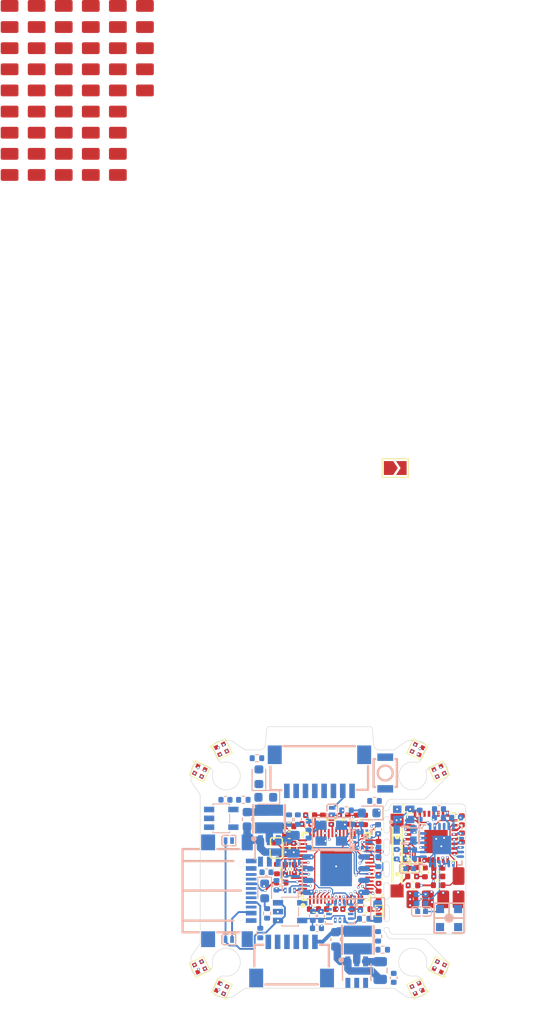
<source format=kicad_pcb>
(kicad_pcb (version 20241229) (generator "pcbnew") (generator_version "9.0")
  (layers (0 "F.Cu" signal) (4 "In1.Cu" signal) (6 "In2.Cu" signal) (8 "In3.Cu" signal) (10 "In4.Cu" signal) (12 "In5.Cu" signal) (14 "In6.Cu" signal) (2 "B.Cu" signal) (13 "F.Paste" user) (15 "B.Paste" user) (5 "F.SilkS" user "F.Silkscreen") (7 "B.SilkS" user "B.Silkscreen") (1 "F.Mask" user) (3 "B.Mask" user) (25 "Edge.Cuts" user))
  (net 0 "")
  (net 4 "+BATT")
  (net 5 "GND")
  (net 6 "Net-(U6-SW)")
  (net 7 "Net-(U6-CB)")
  (net 8 "+12V")
  (net 9 "Net-(U7-SW)")
  (net 10 "Net-(U7-CB)")
  (net 11 "+5V")
  (net 12 "+3.3V_GYRO")
  (net 13 "+1.1V")
  (net 14 "+3.3V")
  (net 15 "Net-(U11-VREG_AVDD)")
  (net 16 "Net-(U11-ADC_AVDD)")
  (net 17 "Net-(U20-DCC_FB)")
  (net 18 "Net-(U20-VR_PA)")
  (net 19 "Net-(U19-LNA)")
  (net 20 "Net-(C15-Pad1)")
  (net 21 "Net-(U19-XTAL_OUT)")
  (net 22 "Net-(U19-XTAL_IN)")
  (net 23 "Net-(C106-Pad2)")
  (net 24 "+4.5V")
  (net 25 "+5V_USB")
  (net 26 "Net-(L8-Pad2)")
  (net 27 "Net-(U19-RES12K)")
  (net 28 "Net-(U11-VREG_LX)")
  (net 29 "/ELRS/RADIO_OSC")
  (net 30 "Net-(Q7-G)")
  (net 34 "Net-(U6-FB)")
  (net 35 "Net-(U7-FB)")
  (net 36 "Net-(D18-A)")
  (net 37 "Net-(U11-RUN)")
  (net 38 "Net-(U11-XOUT)")
  (net 39 "Net-(R43-Pad2)")
  (net 40 "/RP2350A/D+")
  (net 41 "/RP2350A/BEEPER")
  (net 42 "/RP2350A/LED0")
  (net 47 "Net-(U11-QSPI_SD3)")
  (net 48 "Net-(U11-QSPI_SCLK)")
  (net 49 "Net-(U11-QSPI_SD0)")
  (net 64 "Net-(USB2-CC2)")
  (net 65 "Net-(USB2-CC1)")
  (net 68 "Net-(AE1-Pad3)")
  (net 69 "Net-(U20-RFIO)")
  (net 70 "/ELRS/DIO")
  (net 71 "Net-(U11-XIN)")
  (net 72 "/ELRS/SCK")
  (net 73 "/RP2350A/VBAT_ADC")
  (net 74 "/ELRS/BUSY")
  (net 75 "/I2C_SDA")
  (net 76 "/PADS/CURRENT")
  (net 77 "/UART1_TX")
  (net 78 "/PADS/DIGITAL_TX")
  (net 79 "/PADS/PIOUART0_RX")
  (net 80 "/PADS/PIOUART0_TX")
  (net 81 "/PADS/ADC2")
  (net 82 "/PADS/ADC1")
  (net 83 "/ELRS/RST")
  (net 84 "/ELRS/CS")
  (net 85 "/PADS/UART3_TX")
  (net 86 "/ELRS/ESP8285_RST")
  (net 87 "/ELRS/MOSI")
  (net 88 "/ELRS/MISO")
  (net 89 "/ELRS/ESP8285_EN")
  (net 90 "Net-(U11-USB_DM)")
  (net 91 "/RP2350A/D-")
  (net 92 "Net-(U11-USB_DP)")
  (net 93 "Net-(U11-QSPI_SS)")
  (net 94 "/BLACKBOX/SPI.MOSI")
  (net 95 "/BLACKBOX/SPI.SCK")
  (net 96 "/BLACKBOX/BB_CS")
  (net 97 "Net-(U11-QSPI_SD1)")
  (net 98 "/IMU/GYRO_INT")
  (net 99 "/IMU/GYRO_CS")
  (net 100 "Net-(U11-QSPI_SD2)")
  (net 101 "Net-(U3-DOUT)")
  (net 102 "Net-(U4-DOUT)")
  (net 103 "Net-(U5-DOUT)")
  (net 104 "Net-(U15-DIN)")
  (net 105 "Net-(U15-DOUT)")
  (net 106 "Net-(U16-DOUT)")
  (net 107 "Net-(U17-DOUT)")
  (net 109 "/BLACKBOX/SPI.MISO")
  (net 110 "/PADS/M1")
  (net 111 "/PADS/M2")
  (net 112 "/I2C_SCL")
  (net 113 "/LED")
  (net 114 "/PADS/M3")
  (net 115 "/PADS/M4")
  (net 116 "/PADS/ESC_TELEM")
  (net 117 "/PADS/DIGITAL_RX")
  (net 118 "/PADS/SBUS")
  (net 119 "/PADS/BUZZER-")
  (net 124 "Net-(D1-A)")
  (net 125 "Net-(D3-A)")
  (net 126 "Net-(JP1-B)")
  (net 127 "/UART1_RX")
  (net 128 "Net-(D2-A)")
  (net 129 "Net-(D4-A)")
  (footprint "Capacitor_SMD:C_0402_1005Metric" (layer "F.Cu") (at 72.07 104.96 180)
    (property "Reference" "C19" (hide yes))
    (property "Value" "15p")
  )
  (footprint "lib:ANT-SMD_L8.0-W1.0-SLDA81-3R010G-S1TF" (layer "F.Cu") (at 71.4 110 -90)
    (property "Reference" "L13" (hide yes))
    (property "Value" "ANT8010LL04R2400A")
  )
  (footprint "lib:small_pad" (layer "F.Cu") (at 44.3375 27.8075)
    (property "Reference" "J58" (hide yes))
    (property "Value" "5V")
  )
  (footprint "lib:small_pad" (layer "F.Cu") (at 35.6225 23.2675)
    (property "Reference" "J21" (hide yes))
    (property "Value" "5V")
  )
  (footprint "lib:small_pad" (layer "F.Cu") (at 74.7 114.7 90)
    (property "Reference" "J34" (hide yes))
    (property "Value" "5V")
  )
  (footprint "lib:small_pad" (layer "F.Cu") (at 38.5275 18.7275)
    (property "Reference" "J28" (hide yes))
    (property "Value" "5V")
  )
  (footprint "lib:small_pad" (layer "F.Cu") (at 35.6225 34.6175)
    (property "Reference" "J26" (hide yes))
    (property "Value" "5V")
  )
  (footprint "Capacitor_SMD:C_0402_1005Metric" (layer "F.Cu") (at 73.02 112.24)
    (property "Reference" "C15" (hide yes))
    (property "Value" "1.2p")
  )
  (footprint "lib:small_pad" (layer "F.Cu") (at 38.5275 34.6175)
    (property "Reference" "J39" (hide yes))
    (property "Value" "5V")
  )
  (footprint "lib:QFN-32_L5.0-W5.0-P0.50-TL-EP3.7" (layer "F.Cu") (at 75.08 107.99 90)
    (property "Reference" "U19" (hide yes))
    (property "Value" "ESP8285H16")
  )
  (footprint "lib:LED-SMD_4P-L1.0-W1.0-TL_XL-1010RGBC-WS2812B" (layer "F.Cu") (at 75.933149 121.948149 155)
    (property "Reference" "U18" (hide yes))
    (property "Value" "XL-1010RGBC-WS2812B")
  )
  (footprint "Resistor_SMD:R_0402_1005Metric" (layer "F.Cu") (at 67.96 106.17 90)
    (property "Reference" "R50" (hide yes))
    (property "Value" "100k")
  )
  (footprint "Resistor_SMD:R_0402_1005Metric" (layer "F.Cu") (at 67.98 115.75)
    (property "Reference" "R5" (hide yes))
    (property "Value" "100k")
  )
  (footprint "lib:small_pad" (layer "F.Cu") (at 41.4325 34.6175)
    (property "Reference" "J48" (hide yes))
    (property "Value" "5V")
  )
  (footprint "lib:LED-SMD_4P-L1.0-W1.0-TL_XL-1010RGBC-WS2812B" (layer "F.Cu") (at 50.223149 100.948149 -25)
    (property "Reference" "U8" (hide yes))
    (property "Value" "XL-1010RGBC-WS2812B")
  )
  (footprint "Capacitor_SMD:C_0402_1005Metric" (layer "F.Cu") (at 69.41 108.96 -90)
    (property "Reference" "C48" (hide yes))
    (property "Value" "100n")
  )
  (footprint "Capacitor_SMD:C_0402_1005Metric" (layer "F.Cu") (at 75.82 111.32)
    (property "Reference" "C10" (hide yes))
    (property "Value" "100n")
  )
  (footprint "Capacitor_SMD:C_0402_1005Metric" (layer "F.Cu") (at 59.89 110.96 180)
    (property "Reference" "C100" (hide yes))
    (property "Value" "100n")
  )
  (footprint "Resistor_SMD:R_0402_1005Metric" (layer "F.Cu") (at 69.41 114.33 -90)
    (property "Reference" "R49" (hide yes))
    (property "Value" "1k")
  )
  (footprint "lib:small_pad" (layer "F.Cu") (at 32.7175 27.8075)
    (property "Reference" "J14" (hide yes))
    (property "Value" "5V")
  )
  (footprint "Capacitor_SMD:C_0402_1005Metric" (layer "F.Cu") (at 78.37 108.06 90)
    (property "Reference" "C8" (hide yes))
    (property "Value" "100n")
  )
  (footprint "lib:small_pad" (layer "F.Cu") (at 38.5275 25.5375)
    (property "Reference" "J35" (hide yes))
    (property "Value" "5V")
  )
  (footprint "lib:small_pad" (layer "F.Cu") (at 35.6225 27.8075)
    (property "Reference" "J23" (hide yes))
    (property "Value" "5V")
  )
  (footprint "lib:QFN-60_L7.0-W7.0-P0.40-TL-EP3.4" (layer "F.Cu") (at 64.86 111.16 90)
    (property "Reference" "U11" (hide yes))
    (property "Value" "RP2350A_C42411118")
  )
  (footprint "Resistor_SMD:R_0402_1005Metric" (layer "F.Cu") (at 73.1 113.2 180)
    (property "Reference" "R8" (hide yes))
    (property "Value" "10k")
  )
  (footprint "lib:small_pad" (layer "F.Cu") (at 35.6225 20.9975)
    (property "Reference" "J20" (hide yes))
    (property "Value" "5V")
  )
  (footprint "lib:small_pad" (layer "F.Cu") (at 35.6225 32.3475)
    (property "Reference" "J25" (hide yes))
    (property "Value" "5V")
  )
  (footprint "Capacitor_SMD:C_0402_1005Metric" (layer "F.Cu") (at 59.82 107.81 180)
    (property "Reference" "C44" (hide yes))
    (property "Value" "4.7uF")
  )
  (footprint "lib:small_pad" (layer "F.Cu") (at 32.7175 25.5375)
    (property "Reference" "J13" (hide yes))
    (property "Value" "5V")
  )
  (footprint "Resistor_SMD:R_0402_1005Metric" (layer "F.Cu") (at 58.97 112.9 180)
    (property "Reference" "R47" (hide yes))
    (property "Value" "22R")
  )
  (footprint "Capacitor_SMD:C_0402_1005Metric" (layer "F.Cu") (at 75.82 112.24)
    (property "Reference" "C12" (hide yes))
    (property "Value" "100n")
  )
  (footprint "lib:small_pad" (layer "F.Cu") (at 29.8125 18.7275)
    (property "Reference" "J1" (hide yes))
    (property "Value" "5V")
  )
  (footprint "lib:small_pad" (layer "F.Cu") (at 41.4325 23.2675)
    (property "Reference" "J43" (hide yes))
    (property "Value" "5V")
  )
  (footprint "lib:small_pad" (layer "F.Cu") (at 78 112.2 -90)
    (property "Reference" "J59" (hide yes))
    (property "Value" "5V")
  )
  (footprint "Capacitor_SMD:C_0402_1005Metric" (layer "F.Cu") (at 74.39 111.8 -90)
    (property "Reference" "C14" (hide yes))
    (property "Value" "1.2p")
  )
  (footprint "lib:small_pad" (layer "F.Cu") (at 78 114.7 90)
    (property "Reference" "J33" (hide yes))
    (property "Value" "5V")
  )
  (footprint "lib:small_pad" (layer "F.Cu") (at 41.4325 30.0775)
    (property "Reference" "J46" (hide yes))
    (property "Value" "5V")
  )
  (footprint "lib:DFN-3L_L1.0-W0.6-P0.65-BR" (layer "F.Cu") (at 69.45 115.96 90)
    (property "Reference" "Q7" (hide yes))
    (property "Value" "DMN1150UFB-7B")
  )
  (footprint "lib:LED-SMD_4P-L1.0-W1.0-TL_XL-1010RGBC-WS2812B" (layer "F.Cu") (at 75.911851 100.956851 25)
    (property "Reference" "U3" (hide yes))
    (property "Value" "XL-1010RGBC-WS2812B")
  )
  (footprint "Capacitor_SMD:C_0402_1005Metric" (layer "F.Cu") (at 65.19 106.16 90)
    (property "Reference" "C97" (hide yes))
    (property "Value" "100n")
  )
  (footprint "lib:small_pad" (layer "F.Cu") (at 29.8125 32.3475)
    (property "Reference" "J7" (hide yes))
    (property "Value" "5V")
  )
  (footprint "lib:small_pad" (layer "F.Cu") (at 41.4325 27.8075)
    (property "Reference" "J45" (hide yes))
    (property "Value" "5V")
  )
  (footprint "lib:small_pad" (layer "F.Cu") (at 44.3375 23.2675)
    (property "Reference" "J56" (hide yes))
    (property "Value" "5V")
  )
  (footprint "Capacitor_SMD:C_0402_1005Metric" (layer "F.Cu") (at 66.12 106.15 90)
    (property "Reference" "C108" (hide yes))
    (property "Value" "100nF")
  )
  (footprint "lib:small_pad" (layer "F.Cu") (at 29.8125 34.6175)
    (property "Reference" "J8" (hide yes))
    (property "Value" "5V")
  )
  (footprint "lib:small_pad" (layer "F.Cu") (at 29.8125 23.2675)
    (property "Reference" "J3" (hide yes))
    (property "Value" "5V")
  )
  (footprint "lib:small_pad" (layer "F.Cu") (at 41.4325 32.3475)
    (property "Reference" "J47" (hide yes))
    (property "Value" "5V")
  )
  (footprint "lib:LED-SMD_4P-L1.0-W1.0-TL_XL-1010RGBC-WS2812B" (layer "F.Cu") (at 52.568149 98.583149 25)
    (property "Reference" "U5" (hide yes))
    (property "Value" "XL-1010RGBC-WS2812B")
  )
  (footprint "Capacitor_SMD:C_0402_1005Metric" (layer "F.Cu") (at 69.41 110.71 90)
    (property "Reference" "C102" (hide yes))
    (property "Value" "100n")
  )
  (footprint "Capacitor_SMD:C_0402_1005Metric" (layer "F.Cu") (at 78.36 106.22 90)
    (property "Reference" "C11" (hide yes))
    (property "Value" "100n")
  )
  (footprint "lib:small_pad" (layer "F.Cu") (at 44.3375 18.7275)
    (property "Reference" "J54" (hide yes))
    (property "Value" "5V")
  )
  (footprint "lib:small_pad" (layer "F.Cu") (at 29.8125 30.0775)
    (property "Reference" "J6" (hide yes))
    (property "Value" "5V")
  )
  (footprint "lib:small_pad" (layer "F.Cu") (at 35.6225 30.0775)
    (property "Reference" "J24" (hide yes))
    (property "Value" "5V")
  )
  (footprint "Capacitor_SMD:C_0402_1005Metric" (layer "F.Cu") (at 64.31 115.75)
    (property "Reference" "C103" (hide yes))
    (property "Value" "100n")
  )
  (footprint "lib:small_pad" (layer "F.Cu") (at 32.7175 20.9975)
    (property "Reference" "J11" (hide yes))
    (property "Value" "5V")
  )
  (footprint "lib:LED-SMD_4P-L1.0-W1.0-TL_XL-1010RGBC-WS2812B" (layer "F.Cu") (at 73.558149 124.273149 -155)
    (property "Reference" "U17" (hide yes))
    (property "Value" "XL-1010RGBC-WS2812B")
  )
  (footprint "Resistor_SMD:R_0402_1005Metric" (layer "F.Cu") (at 69.36 107.17 90)
    (property "Reference" "R40" (hide yes))
    (property "Value" "10k")
  )
  (footprint "lib:small_pad" (layer "F.Cu") (at 29.8125 25.5375)
    (property "Reference" "J4" (hide yes))
    (property "Value" "5V")
  )
  (footprint "lib:small_pad" (layer "F.Cu") (at 29.8125 36.8875)
    (property "Reference" "J9" (hide yes))
    (property "Value" "5V")
  )
  (footprint "lib:small_pad" (layer "F.Cu") (at 73.05 114.7 90)
    (property "Reference" "J31" (hide yes))
    (property "Value" "5V")
  )
  (footprint "Capacitor_SMD:C_0402_1005Metric" (layer "F.Cu") (at 59.89 111.96 180)
    (property "Reference" "C46" (hide yes))
    (property "Value" "100n")
  )
  (footprint "lib:small_pad" (layer "F.Cu") (at 41.4325 25.5375)
    (property "Reference" "J44" (hide yes))
    (property "Value" "5V")
  )
  (footprint "Capacitor_SMD:C_0402_1005Metric" (layer "F.Cu") (at 60.29 109.16 90)
    (property "Reference" "C43" (hide yes))
    (property "Value" "4.7uF")
  )
  (footprint "lib:LED-SMD_4P-L1.0-W1.0-TL_XL-1010RGBC-WS2812B" (layer "F.Cu") (at 50.216851 121.948149 -155)
    (property "Reference" "U15" (hide yes))
    (property "Value" "XL-1010RGBC-WS2812B")
  )
  (footprint "lib:small_pad" (layer "F.Cu") (at 35.6225 36.8875)
    (property "Reference" "J27" (hide yes))
    (property "Value" "5V")
  )
  (footprint "Capacitor_SMD:C_0402_1005Metric" (layer "F.Cu") (at 62.07 105.66 180)
    (property "Reference" "C45" (hide yes))
    (property "Value" "4.7uF")
  )
  (footprint "lib:small_pad" (layer "F.Cu") (at 32.7175 23.2675)
    (property "Reference" "J12" (hide yes))
    (property "Value" "5V")
  )
  (footprint "lib:small_pad" (layer "F.Cu") (at 38.5275 27.8075)
    (property "Reference" "J36" (hide yes))
    (property "Value" "5V")
  )
  (footprint "Resistor_SMD:R_0402_1005Metric" (layer "F.Cu") (at 67.05 106.17 90)
    (property "Reference" "R51" (hide yes))
    (property "Value" "10k")
  )
  (footprint "lib:small_pad" (layer "F.Cu") (at 38.5275 23.2675)
    (property "Reference" "J30" (hide yes))
    (property "Value" "5V")
  )
  (footprint "lib:small_pad" (layer "F.Cu") (at 32.7175 32.3475)
    (property "Reference" "J16" (hide yes))
    (property "Value" "5V")
  )
  (footprint "lib:small_pad" (layer "F.Cu") (at 29.8125 27.8075)
    (property "Reference" "J5" (hide yes))
    (property "Value" "5V")
  )
  (footprint "lib:small_pad" (layer "F.Cu") (at 32.7175 34.6175)
    (property "Reference" "J17" (hide yes))
    (property "Value" "5V")
  )
  (footprint "lib:small_pad" (layer "F.Cu") (at 32.7175 18.7275)
    (property "Reference" "J10" (hide yes))
    (property "Value" "5V")
  )
  (footprint "Capacitor_SMD:C_0402_1005Metric" (layer "F.Cu") (at 66.06 115.75)
    (property "Reference" "C99" (hide yes))
    (property "Value" "100n")
  )
  (footprint "lib:small_pad" (layer "F.Cu") (at 38.5275 36.8875)
    (property "Reference" "J40" (hide yes))
    (property "Value" "5V")
  )
  (footprint "Jumper:SolderJumper-2_P1.3mm_Open_TrianglePad1.0x1.5mm" (layer "F.Cu") (at 71.205 68.3675)
    (property "Reference" "JP1" (hide yes))
    (property "Value" "SolderJumper_2_Open")
  )
  (footprint "Capacitor_SMD:C_0402_1005Metric" (layer "F.Cu") (at 61.67 106.61)
    (property "Reference" "C101" (hide yes))
    (property "Value" "100n")
  )
  (footprint "lib:small_pad" (layer "F.Cu") (at 38.5275 30.0775)
    (property "Reference" "J37" (hide yes))
    (property "Value" "5V")
  )
  (footprint "lib:small_pad" (layer "F.Cu") (at 44.3375 25.5375)
    (property "Reference" "J57" (hide yes))
    (property "Value" "5V")
  )
  (footprint "Resistor_SMD:R_0402_1005Metric" (layer "F.Cu") (at 63.44 106.16 90)
    (property "Reference" "R41" (hide yes))
    (property "Value" "200R")
  )
  (footprint "lib:small_pad" (layer "F.Cu") (at 32.7175 36.8875)
    (property "Reference" "J18" (hide yes))
    (property "Value" "5V")
  )
  (footprint "lib:small_pad" (layer "F.Cu") (at 76.35 114.7 90)
    (property "Reference" "J32" (hide yes))
    (property "Value" "5V")
  )
  (footprint "lib:LED-SMD_4P-L1.0-W1.0-TL_XL-1010RGBC-WS2812B" (layer "F.Cu") (at 52.581851 124.283149 155)
    (property "Reference" "U16" (hide yes))
    (property "Value" "XL-1010RGBC-WS2812B")
  )
  (footprint "lib:L0402" (layer "F.Cu") (at 73.03 111.29 180)
    (property "Reference" "L9" (hide yes))
    (property "Value" "LQW15AN3N0B00D (3nH)")
  )
  (footprint "Resistor_SMD:R_0402_1005Metric" (layer "F.Cu") (at 59.8 106.86 180)
    (property "Reference" "R39" (hide yes))
    (property "Value" "33R")
  )
  (footprint "lib:small_pad" (layer "F.Cu") (at 38.5275 20.9975)
    (property "Reference" "J29" (hide yes))
    (property "Value" "5V")
  )
  (footprint "lib:small_pad" (layer "F.Cu") (at 41.4325 36.8875)
    (property "Reference" "J53" (hide yes))
    (property "Value" "5V")
  )
  (footprint "lib:small_pad" (layer "F.Cu") (at 35.6225 25.5375)
    (property "Reference" "J22" (hide yes))
    (property "Value" "5V")
  )
  (footprint "Capacitor_SMD:C_0402_1005Metric" (layer "F.Cu") (at 62.48 115.74)
    (property "Reference" "C47" (hide yes))
    (property "Value" "100n")
  )
  (footprint "Capacitor_SMD:C_0402_1005Metric" (layer "F.Cu") (at 59.44 109.16 90)
    (property "Reference" "C42" (hide yes))
    (property "Value" "4.7uF")
  )
  (footprint "Resistor_SMD:R_0402_1005Metric" (layer "F.Cu") (at 75.81 113.18)
    (property "Reference" "R6" (hide yes))
    (property "Value" "10k")
  )
  (footprint "lib:small_pad" (layer "F.Cu") (at 29.8125 20.9975)
    (property "Reference" "J2" (hide yes))
    (property "Value" "5V")
  )
  (footprint "lib:small_pad" (layer "F.Cu") (at 41.4325 20.9975)
    (property "Reference" "J42" (hide yes))
    (property "Value" "5V")
  )
  (footprint "lib:small_pad" (layer "F.Cu") (at 32.7175 30.0775)
    (property "Reference" "J15" (hide yes))
    (property "Value" "5V")
  )
  (footprint "lib:small_pad" (layer "F.Cu") (at 44.3375 20.9975)
    (property "Reference" "J55" (hide yes))
    (property "Value" "5V")
  )
  (footprint "lib:small_pad" (layer "F.Cu") (at 38.5275 32.3475)
    (property "Reference" "J38" (hide yes))
    (property "Value" "5V")
  )
  (footprint "Resistor_SMD:R_0402_1005Metric" (layer "F.Cu") (at 58.51 111.45 -90)
    (property "Reference" "R46" (hide yes))
    (property "Value" "22R")
  )
  (footprint "lib:IND-SMD_PSTMAA160808-4R7MB" (layer "F.Cu") (at 58.44 109.16 -90)
    (property "Reference" "L5" (hide yes))
    (property "Value" "FTC160808S3R3MBCA")
  )
  (footprint "lib:LED-SMD_4P-L1.0-W1.0-TL_XL-1010RGBC-WS2812B" (layer "F.Cu") (at 73.571851 98.613149 -25)
    (property "Reference" "U4" (hide yes))
    (property "Value" "XL-1010RGBC-WS2812B")
  )
  (footprint "Capacitor_SMD:C_0402_1005Metric" (layer "F.Cu") (at 69.41 112.51 -90)
    (property "Reference" "C98" (hide yes))
    (property "Value" "100n")
  )
  (footprint "lib:small_pad" (layer "F.Cu") (at 41.4325 18.7275)
    (property "Reference" "J41" (hide yes))
    (property "Value" "5V")
  )
  (footprint "lib:small_pad" (layer "F.Cu") (at 35.6225 18.7275)
    (property "Reference" "J19" (hide yes))
    (property "Value" "5V")
  )
  (footprint "Capacitor_SMD:C_0402_1005Metric" (layer "F.Cu") (at 64.34 106.16 90)
    (property "Reference" "C104" (hide yes))
    (property "Value" "100n")
  )
  (footprint "LED_SMD:LED_0603_1608Metric" (layer "B.Cu") (at 69.32 116.0125 -90)
    (property "Reference" "D4" (hide yes))
    (property "Value" "LED_1_Green")
  )
  (footprint "Capacitor_SMD:C_0805_2012Metric" (layer "B.Cu") (at 69.59 122.35 -90)
    (property "Reference" "C35" (hide yes))
    (property "Value" "4.7uF 50v")
  )
  (footprint "LED_SMD:LED_0603_1608Metric" (layer "B.Cu") (at 57.31 103.74 180)
    (property "Reference" "D18" (hide yes))
    (property "Value" "LED_1_Green")
  )
  (footprint "lib:IND-SMD_L3.0-W3.0_AFE303020S" (layer "B.Cu") (at 57.66 106.075 90)
    (property "Reference" "L4" (hide yes))
    (property "Value" "XRTC303020D4R7MBCA")
  )
  (footprint "Capacitor_SMD:C_0603_1608Metric" (layer "B.Cu") (at 55.3 106.105 -90)
    (property "Reference" "C40" (hide yes))
    (property "Value" "22uF")
  )
  (footprint "Capacitor_SMD:C_0402_1005Metric" (layer "B.Cu") (at 69.36 107.17 90)
    (property "Reference" "C111" (hide yes))
    (property "Value" "100n")
  )
  (footprint "lib:USON-8_L3.0-W2.0-P0.50-BL-EP" (layer "B.Cu") (at 60.145 112.23 180)
    (property "Reference" "U13" (hide yes))
    (property "Value" "W25Q32RVXHJQ TR")
  )
  (footprint "Capacitor_SMD:C_0402_1005Metric" (layer "B.Cu") (at 72.79 109.39 180)
    (property "Reference" "C7" (hide yes))
    (property "Value" "470nF")
  )
  (footprint "Resistor_SMD:R_0402_1005Metric" (layer "B.Cu") (at 56.36 99.54 180)
    (property "Reference" "R3" (hide yes))
    (property "Value" "30R")
  )
  (footprint "LED_SMD:LED_0603_1608Metric" (layer "B.Cu") (at 57.19 113.8 -90)
    (property "Reference" "D1" (hide yes))
    (property "Value" "LED_1_Green")
  )
  (footprint "Capacitor_SMD:C_0402_1005Metric" (layer "B.Cu") (at 62.36 116.48 90)
    (property "Reference" "C109" (hide yes))
    (property "Value" "100n")
  )
  (footprint "Resistor_SMD:R_0402_1005Metric" (layer "B.Cu") (at 68.98 104.13)
    (property "Reference" "R43" (hide yes))
    (property "Value" "1k")
  )
  (footprint "Capacitor_SMD:C_0402_1005Metric" (layer "B.Cu") (at 75.9 105 180)
    (property "Reference" "C13" (hide yes))
    (property "Value" "100n")
  )
  (footprint "Resistor_SMD:R_0402_1005Metric" (layer "B.Cu") (at 69.86 120.11)
    (property "Reference" "R28" (hide yes))
    (property "Value" "5.23k")
  )
  (footprint "Capacitor_SMD:C_0402_1005Metric" (layer "B.Cu") (at 61.89 106.78 -90)
    (property "Reference" "C106" (hide yes))
    (property "Value" "15p")
  )
  (footprint "Capacitor_SMD:C_0402_1005Metric" (layer "B.Cu") (at 71.04 123.13 -90)
    (property "Reference" "C36" (hide yes))
    (property "Value" "100nF")
  )
  (footprint "Resistor_SMD:R_0402_1005Metric" (layer "B.Cu") (at 57.45 116.21 90)
    (property "Reference" "R29" (hide yes))
    (property "Value" "470")
  )
  (footprint "Capacitor_SMD:C_0402_1005Metric" (layer "B.Cu") (at 57.39 111.79 180)
    (property "Reference" "C39" (hide yes))
    (property "Value" "100nF")
  )
  (footprint "lib:SOD-882_L1.0-W0.6-RD" (layer "B.Cu") (at 53.34 108.39)
    (property "Reference" "D20" (hide yes))
    (property "Value" "RB161QS-40_C28646385")
  )
  (footprint "lib:CRYSTAL-SMD_4P-L2.0-W1.6-BL" (layer "B.Cu") (at 72.11 105.57 180)
    (property "Reference" "X1" (hide yes))
    (property "Value" "XTM20026000FT00351005")
  )
  (footprint "lib:L0402" (layer "B.Cu") (at 72.75 111.4)
    (property "Reference" "L8" (hide yes))
    (property "Value" "BLM15PD121SN1D")
  )
  (footprint "LED_SMD:LED_0603_1608Metric" (layer "B.Cu") (at 56.57 101.53 90)
    (property "Reference" "D3" (hide yes))
    (property "Value" "LED_1_Green")
  )
  (footprint "Resistor_SMD:R_0402_1005Metric" (layer "B.Cu") (at 56.72 118.32 90)
    (property "Reference" "R45" (hide yes))
    (property "Value" "5.1k")
  )
  (footprint "lib:SOT-23-6_L2.9-W1.6-P0.95-LS2.9-BL" (layer "B.Cu") (at 57.69 109.5)
    (property "Reference" "U7" (hide yes))
    (property "Value" "LMR51420YDDCR")
  )
  (footprint "lib:CRYSTAL-SMD_4P-L3.2-W2.5-BL" (layer "B.Cu") (at 64.34 107.59 180)
    (property "Reference" "U12" (hide yes))
    (property "Value" "ABM8-272-T3_C20625731")
  )
  (footprint "Resistor_SMD:R_0402_1005Metric" (layer "B.Cu") (at 69.36 118.67 -90)
    (property "Reference" "R27" (hide yes))
    (property "Value" "100k")
  )
  (footprint "lib:IND-SMD_L3.0-W3.0_AFE303020S" (layer "B.Cu") (at 67.19 119.07 90)
    (property "Reference" "L3" (hide yes))
    (property "Value" "XRTC303020D4R7MBCA")
  )
  (footprint "Resistor_SMD:R_0402_1005Metric" (layer "B.Cu") (at 60.75 106.135 90)
    (property "Reference" "R31" (hide yes))
    (property "Value" "13.7k")
  )
  (footprint "Capacitor_SMD:C_0402_1005Metric" (layer "B.Cu") (at 67.45 115.38 -90)
    (property "Reference" "C110" (hide yes))
    (property "Value" "100n")
  )
  (footprint "Resistor_SMD:R_0402_1005Metric" (layer "B.Cu") (at 67.87 116.78 180)
    (property "Reference" "R4" (hide yes))
    (property "Value" "30R")
  )
  (footprint "Capacitor_SMD:C_0402_1005Metric" (layer "B.Cu") (at 73.5 114.65 90)
    (property "Reference" "C17" (hide yes))
    (property "Value" "1.2p")
  )
  (footprint "Resistor_SMD:R_0402_1005Metric" (layer "B.Cu") (at 71.36 109.85 90)
    (property "Reference" "R7" (hide yes))
    (property "Value" "12k")
  )
  (footprint "LED_SMD:LED_0603_1608Metric" (layer "B.Cu") (at 68.4 105.42 180)
    (property "Reference" "D2" (hide yes))
    (property "Value" "LED_1_Green")
  )
  (footprint "Resistor_SMD:R_0402_1005Metric" (layer "B.Cu") (at 61.9 108.63 -90)
    (property "Reference" "R42" (hide yes))
    (property "Value" "1k")
  )
  (footprint "Capacitor_SMD:C_0402_1005Metric" (layer "B.Cu") (at 73.83 105.61 -90)
    (property "Reference" "C18" (hide yes))
    (property "Value" "15p")
  )
  (footprint "lib:OSC-SMD_4P-L2.0-W1.6-BL_TXC_7Z" (layer "B.Cu") (at 72.25 107.79)
    (property "Reference" "OSC1" (hide yes))
    (property "Value" "OW7EL89CENUNFAYLC-52M")
  )
  (footprint "Resistor_SMD:R_0402_1005Metric" (layer "B.Cu") (at 69.38 109.59 90)
    (property "Reference" "R2" (hide yes))
    (property "Value" "5.1k")
  )
  (footprint "Capacitor_SMD:C_0402_1005Metric" (layer "B.Cu") (at 77.73 105.92 180)
    (property "Reference" "C6" (hide yes))
    (property "Value" "10nF")
  )
  (footprint "Capacitor_SMD:C_0402_1005Metric" (layer "B.Cu") (at 67.07 106.62)
    (property "Reference" "C105" (hide yes))
    (property "Value" "15p")
  )
  (footprint "lib:LGA-14_L3.0-W2.5-P0.50-BR" (layer "B.Cu") (at 65.265 116.02)
    (property "Reference" "U14" (hide yes))
    (property "Value" "LSM6DSV16XTR")
  )
  (footprint "Capacitor_SMD:C_0805_2012Metric" (layer "B.Cu") (at 60.23 108.785 -90)
    (property "Reference" "C37" (hide yes))
    (property "Value" "4.7uF 50v")
  )
  (footprint "lib:SOT-23-6_L2.9-W1.6-P0.95-LS2.9-BL" (layer "B.Cu") (at 67.07 122.52)
    (property "Reference" "U6" (hide yes))
    (property "Value" "LMR51420YDDCR")
  )
  (footprint "Capacitor_SMD:C_0402_1005Metric" (layer "B.Cu") (at 62.8 117.81)
    (property "Reference" "C4" (hide yes))
    (property "Value" "22uF")
  )
  (footprint "lib:L0402" (layer "B.Cu") (at 74.03 116.01)
    (property "Reference" "L7" (hide yes))
    (property "Value" "LQW15AN3N0B00D (3nH)")
  )
  (footprint "Capacitor_SMD:C_0402_1005Metric" (layer "B.Cu") (at 63.23 116.48 90)
    (property "Reference" "C41" (hide yes))
    (property "Value" "100n")
  )
  (footprint "lib:ANT-SMD_47948-0001" (layer "B.Cu") (at 76.98 116.71)
    (property "Reference" "AE1" (hide yes))
    (property "Value" "47948-0001")
  )
  (footprint "Resistor_SMD:R_0402_1005Metric" (layer "B.Cu") (at 58.45 113.19 90)
    (property "Reference" "R44" (hide yes))
    (property "Value" "5.1k")
  )
  (footprint "lib:USB-TYPE-C-SMD_TYPE-C-16P-QTWT" (layer "B.Cu") (at 53.43 113.78 90)
    (property "Reference" "USB2" (hide yes))
    (property "Value" "TYPE-C 16P QTWT")
  )
  (footprint "Capacitor_SMD:C_0402_1005Metric" (layer "B.Cu") (at 74.45 114.65 90)
    (property "Reference" "C20" (hide yes))
    (property "Value" "1.2p")
  )
  (footprint "lib:SOT-23-5_L3.0-W1.7-P0.95-LS2.8-BR" (layer "B.Cu") (at 52.53 106 180)
    (property "Reference" "U9" (hide yes))
    (property "Value" "TLV75533PDBVR")
  )
  (footprint "lib:SOT-23-5_L3.0-W1.7-P0.95-LS2.8-BR" (layer "B.Cu") (at 59.92 116.02 180)
    (property "Reference" "U10" (hide yes))
    (property "Value" "TLV75533PDBVR")
  )
  (footprint "Resistor_SMD:R_0402_1005Metric" (layer "B.Cu") (at 69.38 111.7 90)
    (property "Reference" "R1" (hide yes))
    (property "Value" "5.1k")
  )
  (footprint "Capacitor_SMD:C_0402_1005Metric" (layer "B.Cu") (at 52.98 104.01 180)
    (property "Reference" "C3" (hide yes))
    (property "Value" "22uF")
  )
  (footprint "lib:KEY-SMD_B3U-1000PM" (layer "B.Cu") (at 70.13 101.13 90)
    (property "Reference" "SW1" (hide yes))
    (property "Value" "B3U-1000P")
  )
  (footprint "lib:CONN-SMD_SM06B-SRSS-TB-LF-SN" (layer "B.Cu") (at 60.08 121.2075 180)
    (property "Reference" "U1" (hide yes))
    (property "Value" "SM06B-SRSS-TB(LF)(SN)")
  )
  (footprint "Capacitor_SMD:C_0603_1608Metric" (layer "B.Cu") (at 64.8 119 -90)
    (property "Reference" "C38" (hide yes))
    (property "Value" "22uF")
  )
  (footprint "Resistor_SMD:R_0402_1005Metric" (layer "B.Cu") (at 54.8975 104.01)
    (property "Reference" "R32" (hide yes))
    (property "Value" "200")
  )
  (footprint "lib:CONN-TH_SM08B-SRSS-TB-LF-SN" (layer "B.Cu") (at 63.07 101.11)
    (property "Reference" "P1" (hide yes))
    (property "Value" "SM08B-SRSS-TB(LF)(SN)")
  )
  (footprint "lib:SENSORM-SMD_BMP388" (layer "B.Cu") (at 67.66 108.31 90)
    (property "Reference" "U30" (hide yes))
    (property "Value" "BMP388")
  )
  (footprint "Capacitor_SMD:C_0402_1005Metric" (layer "B.Cu") (at 75.89 105.93 180)
    (property "Reference" "C5" (hide yes))
    (property "Value" "100n")
  )
  (footprint "Resistor_SMD:R_0402_1005Metric" (layer "B.Cu") (at 59.81 106.135 -90)
    (property "Reference" "R30" (hide yes))
    (property "Value" "100k")
  )
  (footprint "Resistor_SMD:R_0402_1005Metric" (layer "B.Cu") (at 65.97 105.15 180)
    (property "Reference" "R53" (hide yes))
    (property "Value" "30R")
  )
  (footprint "lib:WSON-8_L6.0-W5.0-P1.27-BL-EP" (layer "B.Cu") (at 64.85 112.04 90)
    (property "Reference" "U2" (hide yes))
    (property "Value" "W25Q128JVPIQTR")
  )
  (footprint "lib:SOD-882_L1.0-W0.6-RD" (layer "B.Cu") (at 64.43 105.22 -90)
    (property "Reference" "D21" (hide yes))
    (property "Value" "RB161QS-40_C28646385")
  )
  (footprint "lib:SOD-882_L1.0-W0.6-RD" (layer "B.Cu") (at 53.34 119.02)
    (property "Reference" "D23" (hide yes))
    (property "Value" "RB161QS-40_C28646385")
  )
  (footprint "lib:QFN-24_L4.0-W4.0-P0.50-TL-EP2.6" (layer "B.Cu") (at 76.2 108.87)
    (property "Reference" "U20" (hide yes))
    (property "Value" "SX1281IMLTRT")
  )
  (footprint "Capacitor_SMD:C_0402_1005Metric" (layer "B.Cu") (at 72.78 110.32)
    (property "Reference" "C9" (hide yes))
    (property "Value" "10nF")
  )
  (gr_line (start 68.450201 96.149999) (end 57.7 96.149999) (stroke (width 0.05)) (layer "Edge.Cuts"))
  (gr_line (start 74.896839 122.314763) (end 75.920473 122.792092) (stroke (width 0.05)) (layer "Edge.Cuts"))
  (gr_line (start 76.686506 101.638594) (end 74.521551 103.803549) (stroke (width 0.05)) (layer "Edge.Cuts"))
  (gr_arc (start 74.168001 118.949999) (mid 74.358309 118.987633) (end 74.51997 119.094868) (stroke (width 0.05)) (layer "Edge.Cuts"))
  (gr_line (start 51.25335 122.314769) (end 50.229837 122.792041) (stroke (width 0.05)) (layer "Edge.Cuts"))
  (gr_arc (start 69.493601 98.649999) (mid 69.0864 98.490667) (end 68.895468 98.097291) (stroke (width 0.05)) (layer "Edge.Cuts"))
  (gr_line (start 74.167994 103.949999) (end 70.775101 103.949999) (stroke (width 0.05)) (layer "Edge.Cuts"))
  (gr_arc (start 76.864439 121.734464) (mid 76.824408 122.068623) (end 76.754969 122.397931) (stroke (width 0.05)) (layer "Edge.Cuts"))
  (gr_arc (start 73.304377 122.932373) (mid 73.678726 122.996057) (end 73.939865 123.271737) (stroke (width 0.05)) (layer "Edge.Cuts"))
  (gr_arc (start 74.518053 101.040255) (mid 74.533812 100.833549) (end 74.679858 100.686414) (stroke (width 0.05)) (layer "Edge.Cuts"))
  (gr_arc (start 57.401142 96.423852) (mid 57.497324 96.228817) (end 57.7 96.15) (stroke (width 0.05)) (layer "Edge.Cuts"))
  (gr_arc (start 69.975101 110.899999) (mid 70.275101 110.599999) (end 70.575101 110.899999) (stroke (width 0.05)) (layer "Edge.Cuts"))
  (gr_line (start 73.075101 125.249989) (end 73.075101 125.249999) (stroke (width 0.05)) (layer "Edge.Cuts"))
  (gr_arc (start 74.023033 97.770131) (mid 74.413891 98.090648) (end 74.4212 98.596036) (stroke (width 0.05)) (layer "Edge.Cuts"))
  (gr_arc (start 50.229837 122.792041) (mid 49.720095 122.790789) (end 49.395233 122.397931) (stroke (width 0.05)) (layer "Edge.Cuts"))
  (gr_line (start 74.168001 118.949999) (end 70.775101 118.949999) (stroke (width 0.05)) (layer "Edge.Cuts"))
  (gr_arc (start 70.284058 104.355784) (mid 70.456595 104.064573) (end 70.775101 103.95) (stroke (width 0.05)) (layer "Edge.Cuts"))
  (gr_arc (start 71.230074 98.541486) (mid 71.066349 98.62222) (end 70.885922 98.649999) (stroke (width 0.05)) (layer "Edge.Cuts"))
  (gr_arc (start 69.975101 115.599999) (mid 70.275101 115.299999) (end 70.575101 115.599999) (stroke (width 0.05)) (layer "Edge.Cuts"))
  (gr_line (start 73.838671 99.845274) (end 74.4212 98.596036) (stroke (width 0.05)) (layer "Edge.Cuts"))
  (gr_line (start 53.801919 125.141491) (end 54.920135 124.358507) (stroke (width 0.05)) (layer "Edge.Cuts"))
  (gr_line (start 69.975101 113.199999) (end 69.975101 114.399999) (stroke (width 0.05)) (layer "Edge.Cuts"))
  (gr_arc (start 50.275101 119.260818) (mid 50.247326 119.441241) (end 50.166591 119.604967) (stroke (width 0.05)) (layer "Edge.Cuts"))
  (gr_arc (start 70.574514 104.918749) (mid 70.731215 104.585534) (end 71.073561 104.449999) (stroke (width 0.05)) (layer "Edge.Cuts"))
  (gr_line (start 50.229835 100.107957) (end 50.229836 100.107956) (stroke (width 0.05)) (layer "Edge.Cuts"))
  (gr_line (start 68.749059 96.423852) (end 68.74906 96.423852) (stroke (width 0.05)) (layer "Edge.Cuts"))
  (gr_arc (start 70.284058 104.355784) (mid 70.217507 104.525816) (end 70.094318 104.660588) (stroke (width 0.05)) (layer "Edge.Cuts"))
  (gr_line (start 70.885901 124.249999) (end 55.264281 124.249999) (stroke (width 0.05)) (layer "Edge.Cuts"))
  (gr_line (start 49.275101 121.449992) (end 49.275101 121.067329) (stroke (width 0.05)) (layer "Edge.Cuts"))
  (gr_arc (start 53.075107 125.249999) (mid 52.597347 125.219848) (end 52.127169 125.129867) (stroke (width 0.05)) (layer "Edge.Cuts"))
  (gr_line (start 53.801921 97.758508) (end 54.920133 98.541489) (stroke (width 0.05)) (layer "Edge.Cuts"))
  (gr_arc (start 52.127169 97.770131) (mid 52.597348 97.680153) (end 53.075108 97.649999) (stroke (width 0.05)) (layer "Edge.Cuts"))
  (gr_line (start 70.775101 103.95) (end 70.775101 103.949999) (stroke (width 0.05)) (layer "Edge.Cuts"))
  (gr_line (start 52.210331 123.271751) (end 51.733058 124.295263) (stroke (width 0.05)) (layer "Edge.Cuts"))
  (gr_line (start 51.470345 100.686414) (end 50.229836 100.107956) (stroke (width 0.05)) (layer "Edge.Cuts"))
  (gr_arc (start 75.920374 100.107952) (mid 76.430111 100.109212) (end 76.754969 100.502067) (stroke (width 0.05)) (layer "Edge.Cuts"))
  (gr_arc (start 76.690401 121.265299) (mid 76.828642 121.480875) (end 76.864439 121.734464) (stroke (width 0.05)) (layer "Edge.Cuts"))
  (gr_line (start 78.275101 104.449999) (end 71.073561 104.449999) (stroke (width 0.05)) (layer "Edge.Cuts"))
  (gr_arc (start 54.920135 124.358507) (mid 55.083857 124.277763) (end 55.264281 124.249999) (stroke (width 0.05)) (layer "Edge.Cuts"))
  (gr_arc (start 74.41712 124.295212) (mid 74.415897 124.804995) (end 74.023033 125.129867) (stroke (width 0.05)) (layer "Edge.Cuts"))
  (gr_line (start 70.575101 113.199999) (end 70.575101 114.399999) (stroke (width 0.05)) (layer "Edge.Cuts"))
  (gr_arc (start 74.521551 103.803549) (mid 74.359338 103.911936) (end 74.167994 103.949999) (stroke (width 0.05)) (layer "Edge.Cuts"))
  (gr_line (start 53.075108 97.649999) (end 53.457771 97.649999) (stroke (width 0.05)) (layer "Edge.Cuts"))
  (gr_arc (start 51.733058 98.604735) (mid 51.734312 98.094993) (end 52.127169 97.770131) (stroke (width 0.05)) (layer "Edge.Cuts"))
  (gr_arc (start 69.975101 113.199999) (mid 70.275101 112.899999) (end 70.575101 113.199999) (stroke (width 0.05)) (layer "Edge.Cuts"))
  (gr_arc (start 52.127169 125.129867) (mid 51.734241 124.805039) (end 51.733058 124.295263) (stroke (width 0.05)) (layer "Edge.Cuts"))
  (gr_line (start 69.975101 115.599999) (end 69.975101 116.799999) (stroke (width 0.05)) (layer "Edge.Cuts"))
  (gr_line (start 73.939865 123.271737) (end 74.41712 124.295212) (stroke (width 0.05)) (layer "Edge.Cuts"))
  (gr_arc (start 73.304377 122.932373) (mid 72.01444 120.389341) (end 74.557475 121.679275) (stroke (width 0.05)) (layer "Edge.Cuts"))
  (gr_arc (start 57.254297 98.102294) (mid 57.061933 98.492359) (end 56.656581 98.649998) (stroke (width 0.05)) (layer "Edge.Cuts"))
  (gr_arc (start 73.075101 97.649999) (mid 73.552858 97.680153) (end 74.023033 97.770131) (stroke (width 0.05)) (layer "Edge.Cuts"))
  (gr_arc (start 70.094318 118.23941) (mid 70.133044 117.735767) (end 70.574514 117.981249) (stroke (width 0.05)) (layer "Edge.Cuts"))
  (gr_line (start 76.690401 121.265299) (end 74.51997 119.094868) (stroke (width 0.05)) (layer "Edge.Cuts"))
  (gr_arc (start 74.896839 122.314763) (mid 74.62116 122.053624) (end 74.557475 121.679275) (stroke (width 0.05)) (layer "Edge.Cuts"))
  (gr_arc (start 76.754969 100.502067) (mid 76.82441 100.831374) (end 76.864439 101.165534) (stroke (width 0.05)) (layer "Edge.Cuts"))
  (gr_arc (start 72.692401 125.249999) (mid 72.511993 125.222225) (end 72.348282 125.14149) (stroke (width 0.05)) (layer "Edge.Cuts"))
  (gr_line (start 49.38361 120.723179) (end 50.166591 119.604967) (stroke (width 0.05)) (layer "Edge.Cuts"))
  (gr_line (start 69.975101 106.099999) (end 69.975101 107.299999) (stroke (width 0.05)) (layer "Edge.Cuts"))
  (gr_arc (start 50.166593 103.295033) (mid 50.247338 103.458755) (end 50.275101 103.639179) (stroke (width 0.05)) (layer "Edge.Cuts"))
  (gr_arc (start 76.754969 122.397931) (mid 76.430215 122.790838) (end 75.920473 122.792092) (stroke (width 0.05)) (layer "Edge.Cuts"))
  (gr_arc (start 49.395233 122.397931) (mid 49.305255 121.927752) (end 49.275101 121.449992) (stroke (width 0.05)) (layer "Edge.Cuts"))
  (gr_arc (start 70.574514 104.918749) (mid 70.133043 105.164235) (end 70.094318 104.660588) (stroke (width 0.05)) (layer "Edge.Cuts"))
  (gr_line (start 70.575101 108.499999) (end 70.575101 109.699999) (stroke (width 0.05)) (layer "Edge.Cuts"))
  (gr_line (start 49.275101 101.832672) (end 49.275101 101.450005) (stroke (width 0.05)) (layer "Edge.Cuts"))
  (gr_arc (start 72.34821 97.758558) (mid 72.514562 97.676976) (end 72.697868 97.649999) (stroke (width 0.05)) (layer "Edge.Cuts"))
  (gr_arc (start 51.592727 121.679275) (mid 54.135759 120.389341) (end 52.845825 122.932373) (stroke (width 0.05)) (layer "Edge.Cuts"))
  (gr_arc (start 70.575101 116.799999) (mid 70.275101 117.099999) (end 69.975101 116.799999) (stroke (width 0.05)) (layer "Edge.Cuts"))
  (gr_arc (start 70.094318 118.23941) (mid 70.217483 118.374199) (end 70.284058 118.544214) (stroke (width 0.05)) (layer "Edge.Cuts"))
  (gr_line (start 70.575101 110.899999) (end 70.575101 111.999999) (stroke (width 0.05)) (layer "Edge.Cuts"))
  (gr_line (start 56.656581 98.649998) (end 56.656581 98.649999) (stroke (width 0.05)) (layer "Edge.Cuts"))
  (gr_line (start 70.575101 115.599999) (end 70.575101 116.799999) (stroke (width 0.05)) (layer "Edge.Cuts"))
  (gr_arc (start 74.518053 101.040255) (mid 72.014439 102.510661) (end 73.484845 100.007047) (stroke (width 0.05)) (layer "Edge.Cuts"))
  (gr_arc (start 49.275101 101.450005) (mid 49.305253 100.972245) (end 49.395233 100.502067) (stroke (width 0.05)) (layer "Edge.Cuts"))
  (gr_line (start 74.679858 100.686414) (end 75.920374 100.107952) (stroke (width 0.05)) (layer "Edge.Cuts"))
  (gr_arc (start 78.775101 117.949999) (mid 78.628655 118.303553) (end 78.275101 118.449999) (stroke (width 0.05)) (layer "Edge.Cuts"))
  (gr_arc (start 74.023033 125.129867) (mid 73.552858 125.219842) (end 73.075101 125.249989) (stroke (width 0.05)) (layer "Edge.Cuts"))
  (gr_line (start 78.275101 118.449999) (end 71.073501 118.449999) (stroke (width 0.05)) (layer "Edge.Cuts"))
  (gr_arc (start 70.575101 111.999999) (mid 70.275101 112.299999) (end 69.975101 111.999999) (stroke (width 0.05)) (layer "Edge.Cuts"))
  (gr_arc (start 70.575101 114.399999) (mid 70.275101 114.699999) (end 69.975101 114.399999) (stroke (width 0.05)) (layer "Edge.Cuts"))
  (gr_line (start 68.895468 98.097291) (end 68.74906 96.423852) (stroke (width 0.05)) (layer "Edge.Cuts"))
  (gr_line (start 53.075107 125.249999) (end 53.457774 125.249999) (stroke (width 0.05)) (layer "Edge.Cuts"))
  (gr_line (start 72.692401 125.249999) (end 73.075101 125.249999) (stroke (width 0.05)) (layer "Edge.Cuts"))
  (gr_arc (start 51.592727 121.679275) (mid 51.52904 122.053631) (end 51.25335 122.314769) (stroke (width 0.05)) (layer "Edge.Cuts"))
  (gr_arc (start 69.975101 108.499999) (mid 70.275101 108.199999) (end 70.575101 108.499999) (stroke (width 0.05)) (layer "Edge.Cuts"))
  (gr_arc (start 52.665357 100.007047) (mid 52.458651 99.991289) (end 52.311517 99.845244) (stroke (width 0.05)) (layer "Edge.Cuts"))
  (gr_arc (start 69.975101 106.099999) (mid 70.275101 105.799999) (end 70.575101 106.099999) (stroke (width 0.05)) (layer "Edge.Cuts"))
  (gr_arc (start 70.885901 124.249999) (mid 71.065077 124.277368) (end 71.227903 124.356992) (stroke (width 0.05)) (layer "Edge.Cuts"))
  (gr_line (start 69.975101 110.899999) (end 69.975101 111.999999) (stroke (width 0.05)) (layer "Edge.Cuts"))
  (gr_line (start 55.264282 98.649999) (end 56.656581 98.649999) (stroke (width 0.05)) (layer "Edge.Cuts"))
  (gr_line (start 57.7 96.15) (end 57.7 96.149999) (stroke (width 0.05)) (layer "Edge.Cuts"))
  (gr_arc (start 70.575101 107.299999) (mid 70.275101 107.599999) (end 69.975101 107.299999) (stroke (width 0.05)) (layer "Edge.Cuts"))
  (gr_line (start 70.885922 98.649999) (end 69.493601 98.649999) (stroke (width 0.05)) (layer "Edge.Cuts"))
  (gr_line (start 72.697868 97.649999) (end 73.075101 97.649999) (stroke (width 0.05)) (layer "Edge.Cuts"))
  (gr_line (start 49.383609 102.176817) (end 50.166593 103.295033) (stroke (width 0.05)) (layer "Edge.Cuts"))
  (gr_line (start 78.775101 104.949999) (end 78.775101 117.949999) (stroke (width 0.05)) (layer "Edge.Cuts"))
  (gr_arc (start 52.210331 123.271751) (mid 52.47147 122.996063) (end 52.845825 122.932373) (stroke (width 0.05)) (layer "Edge.Cuts"))
  (gr_arc (start 49.395233 100.502067) (mid 49.720061 100.109141) (end 50.229835 100.107957) (stroke (width 0.05)) (layer "Edge.Cuts"))
  (gr_arc (start 52.665357 100.007047) (mid 54.13576 102.510662) (end 51.632149 101.040255) (stroke (width 0.05)) (layer "Edge.Cuts"))
  (gr_arc (start 68.450201 96.149999) (mid 68.652878 96.228816) (end 68.749059 96.423852) (stroke (width 0.05)) (layer "Edge.Cuts"))
  (gr_line (start 70.575101 106.099999) (end 70.575101 107.299999) (stroke (width 0.05)) (layer "Edge.Cuts"))
  (gr_line (start 52.311517 99.845244) (end 51.733058 98.604735) (stroke (width 0.05)) (layer "Edge.Cuts"))
  (gr_line (start 69.975101 108.499999) (end 69.975101 109.699999) (stroke (width 0.05)) (layer "Edge.Cuts"))
  (gr_line (start 72.34821 97.758558) (end 71.230074 98.541486) (stroke (width 0.05)) (layer "Edge.Cuts"))
  (gr_line (start 57.254297 98.102294) (end 57.401142 96.423852) (stroke (width 0.05)) (layer "Edge.Cuts"))
  (gr_arc (start 71.073501 118.449999) (mid 70.731207 118.314427) (end 70.574514 117.981249) (stroke (width 0.05)) (layer "Edge.Cuts"))
  (gr_arc (start 53.801919 125.141491) (mid 53.638196 125.222222) (end 53.457774 125.249999) (stroke (width 0.05)) (layer "Edge.Cuts"))
  (gr_arc (start 70.775101 118.949999) (mid 70.456594 118.835426) (end 70.284058 118.544214) (stroke (width 0.05)) (layer "Edge.Cuts"))
  (gr_line (start 72.348282 125.14149) (end 71.227903 124.356992) (stroke (width 0.05)) (layer "Edge.Cuts"))
  (gr_arc (start 49.383609 102.176817) (mid 49.302878 102.013094) (end 49.275101 101.832672) (stroke (width 0.05)) (layer "Edge.Cuts"))
  (gr_arc (start 55.264282 98.649999) (mid 55.083859 98.622224) (end 54.920133 98.541489) (stroke (width 0.05)) (layer "Edge.Cuts"))
  (gr_arc (start 51.470345 100.686414) (mid 51.616404 100.833543) (end 51.632149 101.040255) (stroke (width 0.05)) (layer "Edge.Cuts"))
  (gr_arc (start 49.275101 121.067329) (mid 49.302863 120.8869) (end 49.38361 120.723179) (stroke (width 0.05)) (layer "Edge.Cuts"))
  (gr_arc (start 76.864439 101.165534) (mid 76.827698 101.421711) (end 76.686506 101.638594) (stroke (width 0.05)) (layer "Edge.Cuts"))
  (gr_arc (start 70.575101 109.699999) (mid 70.275101 109.999999) (end 69.975101 109.699999) (stroke (width 0.05)) (layer "Edge.Cuts"))
  (gr_arc (start 53.457771 97.649999) (mid 53.6382 97.677761) (end 53.801921 97.758508) (stroke (width 0.05)) (layer "Edge.Cuts"))
  (gr_line (start 50.275101 119.260818) (end 50.275101 103.639179) (stroke (width 0.05)) (layer "Edge.Cuts"))
  (gr_arc (start 73.838671 99.845274) (mid 73.691542 99.991309) (end 73.484845 100.007047) (stroke (width 0.05)) (layer "Edge.Cuts"))
  (gr_arc (start 78.275101 104.449999) (mid 78.628654 104.596446) (end 78.775101 104.949999) (stroke (width 0.05)) (layer "Edge.Cuts"))
  (segment (start 59.715 108.35) (end 58.64 108.35) (width 0.8) (layer "B.Cu") (net 4))
  (segment (start 69.59 121.4) (end 68.05 121.4) (width 0.8) (layer "B.Cu") (net 4))
  (segment (start 64.44 104.98) (end 65.57 103.85) (width 0.2) (layer "B.Cu") (net 4))
  (segment (start 65.57 103.85) (end 65.57 103.05) (width 0.2) (layer "B.Cu") (net 4))
  (segment (start 60.23 107.835) (end 59.715 108.35) (width 0.8) (layer "B.Cu") (net 4))
  (segment (start 68.05 121.4) (end 68.02 121.37) (width 0.8) (layer "B.Cu") (net 4))
  (segment (start 69.41 109.99) (end 69.81 109.59) (width 0.15) (layer "F.Cu") (net 5))
  (segment (start 67.26 115.75) (end 67.44 115.93) (width 0.12) (layer "F.Cu") (net 5))
  (segment (start 69.23 115.62) (end 69.23 115.58) (width 0.12) (layer "F.Cu") (net 5))
  (segment (start 64.34 105.68) (end 65.19 105.68) (width 0.12) (layer "F.Cu") (net 5))
  (segment (start 76.3 111.32) (end 76.3 111.25) (width 0.15) (layer "F.Cu") (net 5))
  (segment (start 59.41 112.06) (end 59.36 112.11) (width 0.15) (layer "F.Cu") (net 5))
  (segment (start 62.6 115.68) (end 62.59 115.67) (width 0.15) (layer "F.Cu") (net 5))
  (segment (start 69.66 109.44) (end 69.41 109.44) (width 0.15) (layer "F.Cu") (net 5))
  (segment (start 78.37 107.58) (end 78.24 107.58) (width 0.1) (layer "F.Cu") (net 5))
  (segment (start 69.41 110.23) (end 69.41 109.99) (width 0.15) (layer "F.Cu") (net 5))
  (segment (start 74.35 112.24) (end 74.39 112.28) (width 0.15) (layer "F.Cu") (net 5))
  (segment (start 59.34 108.58) (end 59.44 108.68) (width 0.15) (layer "F.Cu") (net 5))
  (segment (start 59.41 111.96) (end 59.41 112.06) (width 0.15) (layer "F.Cu") (net 5))
  (segment (start 66.54 115.75) (end 67.26 115.75) (width 0.12) (layer "F.Cu") (net 5))
  (segment (start 76.3 111.25) (end 76.45 111.1) (width 0.15) (layer "F.Cu") (net 5))
  (segment (start 64.79 115.75) (end 64.99 115.75) (width 0.12) (layer "F.Cu") (net 5))
  (segment (start 78.36 105.74) (end 78.36 105.77) (width 0.2) (layer "F.Cu") (net 5))
  (segment (start 59.52 108.76) (end 59.44 108.68) (width 0.15) (layer "F.Cu") (net 5))
  (segment (start 59.34 107.81) (end 59.34 108.58) (width 0.15) (layer "F.Cu") (net 5))
  (segment (start 59.41 110.96) (end 59.41 112.06) (width 0.15) (layer "F.Cu") (net 5))
  (segment (start 73.5 112.24) (end 74.35 112.24) (width 0.15) (layer "F.Cu") (net 5))
  (segment (start 61.29 108.76) (end 59.52 108.76) (width 0.15) (layer "F.Cu") (net 5))
  (segment (start 78.36 105.77) (end 78.21 105.92) (width 0.2) (layer "F.Cu") (net 5))
  (segment (start 69.81 109.59) (end 69.66 109.44) (width 0.15) (layer "F.Cu") (net 5))
  (segment (start 59.44 108.68) (end 60.29 108.68) (width 0.15) (layer "F.Cu") (net 5))
  (segment (start 62.96 115.68) (end 62.6 115.68) (width 0.15) (layer "F.Cu") (net 5))
  (segment (start 78.24 107.58) (end 78.2 107.62) (width 0.1) (layer "F.Cu") (net 5))
  (segment (start 64.99 115.75) (end 65 115.76) (width 0.12) (layer "F.Cu") (net 5))
  (via (at 67.44 115.93) (size 0.3) (drill 0.2) (layers "F.Cu" "B.Cu") (net 5))
  (via (at 63.31 117.55) (size 0.3) (drill 0.2) (layers "F.Cu" "B.Cu") (net 5))
  (via (at 64.86 111.16) (size 0.3) (drill 0.2) (layers "F.Cu" "B.Cu") (net 5))
  (via (at 73.75 114.17) (size 0.3) (drill 0.2) (layers "F.Cu" "B.Cu") (net 5))
  (via (at 72.81 105.02) (size 0.3) (drill 0.2) (layers "F.Cu" "B.Cu") (net 5))
  (via (at 67.18 106.64) (size 0.3) (drill 0.2) (layers "F.Cu" "B.Cu") (net 5))
  (via (at 60.29 108.68) (size 0.3) (drill 0.2) (layers "F.Cu" "B.Cu") (net 5))
  (via (at 65 115.76) (size 0.3) (drill 0.2) (layers "F.Cu" "B.Cu") (net 5))
  (via (at 67.26 109.16) (size 0.3) (drill 0.2) (layers "F.Cu" "B.Cu") (net 5))
  (via (at 75.3 106.15) (size 0.3) (drill 0.2) (layers "F.Cu" "B.Cu") (net 5))
  (via (at 64.34 105.68) (size 0.3) (drill 0.2) (layers "F.Cu" "B.Cu") (net 5))
  (via (at 62.15 106.61) (size 0.3) (drill 0.2) (layers "F.Cu" "B.Cu") (net 5))
  (via (at 75.1 113.9) (size 0.3) (drill 0.2) (layers "F.Cu" "B.Cu") (net 5))
  (via (at 72.31 110.31) (size 0.3) (drill 0.2) (layers "F.Cu" "B.Cu") (net 5))
  (via (at 65.19 105.68) (size 0.3) (drill 0.2) (layers "F.Cu" "B.Cu") (net 5))
  (via (at 63.23 116) (size 0.3) (drill 0.2) (layers "F.Cu" "B.Cu") (net 5))
  (via (at 58.46 113.53) (size 0.3) (drill 0.2) (layers "F.Cu" "B.Cu") (net 5))
  (via (at 78.2 107.62) (size 0.3) (drill 0.2) (layers "F.Cu" "B.Cu") (net 5))
  (via (at 71.79 106.13) (size 0.3) (drill 0.2) (layers "F.Cu" "B.Cu") (net 5))
  (via (at 73.91 108.13) (size 0.3) (drill 0.2) (layers "F.Cu" "B.Cu") (net 5))
  (via (at 73.013702 98.816298) (size 0.3) (drill 0.2) (layers "F.Cu" "B.Cu") (net 5))
  (via (at 62.59 115.67) (size 0.3) (drill 0.2) (layers "F.Cu" "B.Cu") (net 5))
  (via (at 68.66 106.85) (size 0.3) (drill 0.2) (layers "F.Cu" "B.Cu") (net 5))
  (via (at 71.347076 106.209499) (size 0.3) (drill 0.2) (layers "F.Cu" "B.Cu") (net 5))
  (via (at 73.7 123.65) (size 0.3) (drill 0.2) (layers "F.Cu" "B.Cu") (net 5))
  (via (at 76.491298 121.745) (size 0.3) (drill 0.2) (layers "F.Cu" "B.Cu") (net 5))
  (via (at 57.13 113.28) (size 0.3) (drill 0.2) (layers "F.Cu" "B.Cu") (net 5))
  (via (at 49.665 101.151298) (size 0.3) (drill 0.2) (layers "F.Cu" "B.Cu") (net 5))
  (via (at 69.41 112.99) (size 0.3) (drill 0.2) (layers "F.Cu" "B.Cu") (net 5))
  (via (at 69.47 105.17) (size 0.3) (drill 0.2) (layers "F.Cu" "B.Cu") (net 5))
  (via (at 59.395 113.74) (size 0.3) (drill 0.2) (layers "F.Cu" "B.Cu") (net 5))
  (via (at 58.6 116.04) (size 0.3) (drill 0.2) (layers "F.Cu" "B.Cu") (net 5))
  (via (at 69.81 109.59) (size 0.3) (drill 0.2) (layers "F.Cu" "B.Cu") (net 5))
  (via (at 71.36 109.34) (size 0.3) (drill 0.2) (layers "F.Cu" "B.Cu") (net 5))
  (via (at 78.21 105.92) (size 0.3) (drill 0.2) (layers "F.Cu" "B.Cu") (net 5))
  (via (at 69.23 115.58) (size 0.3) (drill 0.2) (layers "F.Cu" "B.Cu") (net 5))
  (via (at 73.5 112.24) (size 0.3) (drill 0.2) (layers "F.Cu" "B.Cu") (net 5))
  (via (at 63.726962 108.438611) (size 0.3) (drill 0.2) (layers "F.Cu" "B.Cu") (net 5))
  (via (at 76.15 109) (size 0.3) (drill 0.2) (layers "F.Cu" "B.Cu") (net 5))
  (via (at 75.15 115) (size 0.3) (drill 0.2) (layers "F.Cu" "B.Cu") (net 5))
  (via (at 72.5 105.29) (size 0.3) (drill 0.2) (layers "F.Cu" "B.Cu") (net 5))
  (via (at 73.26 107.53) (size 0.3) (drill 0.2) (layers "F.Cu" "B.Cu") (net 5))
  (via (at 75.6 108.2) (size 0.3) (drill 0.2) (layers "F.Cu" "B.Cu") (net 5))
  (via (at 52.4 99.15) (size 0.3) (drill 0.2) (layers "F.Cu" "B.Cu") (net 5))
  (via (at 59.502303 111.68309) (size 0.3) (drill 0.2) (layers "F.Cu" "B.Cu") (net 5))
  (via (at 65.8 106.66) (size 0.3) (drill 0.2) (layers "F.Cu" "B.Cu") (net 5))
  (via (at 64.77 116.94) (size 0.3) (drill 0.2) (layers "F.Cu" "B.Cu") (net 5))
  (via (at 50.42 121.39) (size 0.3) (drill 0.2) (layers "F.Cu" "B.Cu") (net 5))
  (via (at 53.14 124.08) (size 0.3) (drill 0.2) (layers "F.Cu" "B.Cu") (net 5))
  (via (at 59.36 112.11) (size 0.3) (drill 0.2) (layers "F.Cu" "B.Cu") (net 5))
  (via (at 60.79 108.76) (size 0.3) (drill 0.2) (layers "F.Cu" "B.Cu") (net 5))
  (via (at 75.708702 101.515) (size 0.3) (drill 0.2) (layers "F.Cu" "B.Cu") (net 5))
  (via (at 61.59 105.66) (size 0.3) (drill 0.2) (layers "F.Cu" "B.Cu") (net 5))
  (via (at 62.2 110.16) (size 0.3) (drill 0.2) (layers "F.Cu" "B.Cu") (net 5))
  (via (at 74.45 114.15) (size 0.3) (drill 0.2) (layers "F.Cu" "B.Cu") (net 5))
  (via (at 65.27 116.94) (size 0.3) (drill 0.2) (layers "F.Cu" "B.Cu") (net 5))
  (via (at 76.45 111.1) (size 0.3) (drill 0.2) (layers "F.Cu" "B.Cu") (net 5))
  (via (at 76.45 108.1) (size 0.3) (drill 0.2) (layers "F.Cu" "B.Cu") (net 5))
  (segment (start 55.3 106.88) (end 55.3 107.747) (width 0.8) (layer "B.Cu") (net 5))
  (segment (start 76.95 110.87) (end 76.45 110.87) (width 0.15) (layer "B.Cu") (net 5))
  (segment (start 64.85 111.17) (end 64.86 111.16) (width 0.12) (layer "B.Cu") (net 5))
  (segment (start 58.45 113.7) (end 58.45 113.54) (width 0.2) (layer "B.Cu") (net 5))
  (segment (start 76.2 108.86) (end 76.2 108.95) (width 0.15) (layer "B.Cu") (net 5))
  (segment (start 69.59 123.3) (end 68.686 122.396) (width 0.8) (layer "B.Cu") (net 5))
  (segment (start 61.89 106.3) (end 61.89 106.35) (width 0.12) (layer "B.Cu") (net 5))
  (segment (start 72.3 110.32) (end 72.31 110.31) (width 0.12) (layer "B.Cu") (net 5))
  (segment (start 71.36 109.34) (end 72.26 109.34) (width 0.12) (layer "B.Cu") (net 5))
  (segment (start 60.119 109.624) (end 57.182 109.624) (width 0.8) (layer "B.Cu") (net 5))
  (segment (start 59.36 111.825393) (end 59.502303 111.68309) (width 0.15) (layer "B.Cu") (net 5))
  (segment (start 65.265 116.94) (end 65.27 116.94) (width 0.12) (layer "B.Cu") (net 5))
  (segment (start 57.182 109.624) (end 56.74 109.182) (width 0.8) (layer "B.Cu") (net 5))
  (segment (start 56.74 109.182) (end 56.74 108.35) (width 0.8) (layer "B.Cu") (net 5))
  (segment (start 61.84 110.14) (end 62.18 110.14) (width 0.12) (layer "B.Cu") (net 5))
  (segment (start 55.3 107.747) (end 55.903 108.35) (width 0.8) (layer "B.Cu") (net 5))
  (segment (start 69.1875 105.42) (end 69.22 105.42) (width 0.2) (layer "B.Cu") (net 5))
  (segment (start 60.23 109.735) (end 60.119 109.624) (width 0.8) (layer "B.Cu") (net 5))
  (segment (start 73.5 114.17) (end 74.45 114.17) (width 0.15) (layer "B.Cu") (net 5))
  (segment (start 76.2 108.35) (end 76.45 108.1) (width 0.15) (layer "B.Cu") (net 5))
  (segment (start 67.55 106.62) (end 67.55 107.33) (width 0.15) (layer "B.Cu") (net 5))
  (segment (start 67.26 107.84) (end 67.66 107.44) (width 0.15) (layer "B.Cu") (net 5))
  (segment (start 66.334 122.396) (end 66.12 122.182) (width 0.8) (layer "B.Cu") (net 5))
  (segment (start 72.5 105.29) (end 72.54 105.29) (width 0.2) (layer "B.Cu") (net 5))
  (segment (start 67.46 116.09) (end 67.46 115.95) (width 0.12) (layer "B.Cu") (net 5))
  (segment (start 76.2 108.86) (end 76.2 108.8) (width 0.15) (layer "B.Cu") (net 5))
  (segment (start 58.45 113.7) (end 59.355 113.7) (width 0.2) (layer "B.Cu") (net 5))
  (segment (start 74.95 110.87) (end 74.95 110.2) (width 0.15) (layer "B.Cu") (net 5))
  (segment (start 73.04 107.19) (end 73.04 107.31) (width 0.12) (layer "B.Cu") (net 5))
  (segment (start 71.41 106.12) (end 71.67 106.12) (width 0.15) (layer "B.Cu") (net 5))
  (segment (start 68.3584 109.18) (end 68.16 109.18) (width 0.12) (layer "B.Cu") (net 5))
  (segment (start 61.89 105.96) (end 61.59 105.66) (width 0.12) (layer "B.Cu") (net 5))
  (segment (start 69.36 106.69) (end 68.82 106.69) (width 0.12) (layer "B.Cu") (net 5))
  (segment (start 59.355 113.7) (end 59.395 113.74) (width 0.2) (layer "B.Cu") (net 5))
  (segment (start 74.2 108.12) (end 73.92 108.12) (width 0.12) (layer "B.Cu") (net 5))
  (segment (start 61.89 106.35) (end 62.15 106.61) (width 0.12) (layer "B.Cu") (net 5))
  (segment (start 67.26 107.84) (end 67.26 107.54) (width 0.15) (layer "B.Cu") (net 5))
  (segment (start 67.26 109.18) (end 67.26 109.16) (width 0.15) (layer "B.Cu") (net 5))
  (segment (start 68.7684 109.59) (end 68.3584 109.18) (width 0.12) (layer "B.Cu") (net 5))
  (segment (start 68.82 106.69) (end 68.66 106.85) (width 0.12) (layer "B.Cu") (net 5))
  (segment (start 55.903 108.35) (end 56.74 108.35) (width 0.8) (layer "B.Cu") (net 5))
  (segment (start 63.28 117.58) (end 63.31 117.55) (width 0.15) (layer "B.Cu") (net 5))
  (segment (start 73.92 108.12) (end 73.91 108.13) (width 0.12) (layer "B.Cu") (net 5))
  (segment (start 74.45 114.17) (end 74.45 114.15) (width 0.15) (layer "B.Cu") (net 5))
  (segment (start 75.45 110.87) (end 74.95 110.87) (width 0.15) (layer "B.Cu") (net 5))
  (segment (start 76.2 108.86) (end 76.2 108.35) (width 0.15) (layer "B.Cu") (net 5))
  (segment (start 64.765 116.94) (end 64.77 116.94) (width 0.12) (layer "B.Cu") (net 5))
  (segment (start 76.2 108.8) (end 75.6 108.2) (width 0.15) (layer "B.Cu") (net 5))
  (segment (start 71.24 106.316575) (end 71.347076 106.209499) (width 0.2) (layer "B.Cu") (net 5))
  (segment (start 67.2 106.62) (end 67.18 106.64) (width 0.15) (layer "B.Cu") (net 5))
  (segment (start 76.2 108.95) (end 76.15 109) (width 0.15) (layer "B.Cu") (net 5))
  (segment (start 72.54 105.29) (end 72.81 105.02) (width 0.2) (layer "B.Cu") (net 5))
  (segment (start 68.686 122.396) (end 66.334 122.396) (width 0.8) (layer "B.Cu") (net 5))
  (segment (start 74.95 110.2) (end 76.15 109) (width 0.15) (layer "B.Cu") (net 5))
  (segment (start 69.22 105.42) (end 69.47 105.17) (width 0.2) (layer "B.Cu") (net 5))
  (segment (start 65.308 121.37) (end 66.12 121.37) (width 0.8) (layer "B.Cu") (net 5))
  (segment (start 63.28 117.81) (end 63.28 117.58) (width 0.15) (layer "B.Cu") (net 5))
  (segment (start 69.81 109.59) (end 68.7684 109.59) (width 0.12) (layer "B.Cu") (net 5))
  (segment (start 67.55 106.62) (end 67.2 106.62) (width 0.15) (layer "B.Cu") (net 5))
  (segment (start 65.44 106.74) (end 65.72 106.74) (width 0.12) (layer "B.Cu") (net 5))
  (segment (start 62.18 110.14) (end 62.2 110.16) (width 0.12) (layer "B.Cu") (net 5))
  (segment (start 66.12 122.182) (end 66.12 121.37) (width 0.8) (layer "B.Cu") (net 5))
  (segment (start 72.92 105.13) (end 72.81 105.02) (width 0.15) (layer "B.Cu") (net 5))
  (segment (start 57.19 113.22) (end 57.13 113.28) (width 0.2) (layer "B.Cu") (net 5))
  (segment (start 72.31 109.39) (end 72.31 110.31) (width 0.12) (layer "B.Cu") (net 5))
  (segment (start 75.45 109.61) (end 76.2 108.86) (width 0.15) (layer "B.Cu") (net 5))
  (segment (start 71.78 106.12) (end 71.79 106.13) (width 0.15) (layer "B.Cu") (net 5))
  (segment (start 72.26 109.34) (end 72.31 109.39) (width 0.12) (layer "B.Cu") (net 5))
  (segment (start 67.76 107.44) (end 67.26 107.44) (width 0.15) (layer "B.Cu") (net 5))
  (segment (start 63.24 108.44) (end 63.725573 108.44) (width 0.12) (layer "B.Cu") (net 5))
  (segment (start 64.99 119.775) (end 64.99 121.052) (width 0.8) (layer "B.Cu") (net 5))
  (segment (start 57.19 113.0125) (end 57.19 113.22) (width 0.2) (layer "B.Cu") (net 5))
  (segment (start 62.36 116) (end 63.23 116) (width 0.12) (layer "B.Cu") (net 5))
  (segment (start 73.83 105.13) (end 72.92 105.13) (width 0.15) (layer "B.Cu") (net 5))
  (segment (start 71.24 107.31) (end 71.47 107.54) (width 0.15) (layer "B.Cu") (net 5))
  (segment (start 73.04 107.31) (end 73.26 107.53) (width 0.12) (layer "B.Cu") (net 5))
  (segment (start 67.55 107.33) (end 67.66 107.44) (width 0.15) (layer "B.Cu") (net 5))
  (segment (start 67.26 109.16) (end 67.26 107.84) (width 0.15) (layer "B.Cu") (net 5))
  (segment (start 71.24 107.19) (end 71.24 106.316575) (width 0.2) (layer "B.Cu") (net 5))
  (segment (start 75.45 110.87) (end 75.45 109.61) (width 0.15) (layer "B.Cu") (net 5))
  (segment (start 75.41 105.93) (end 75.41 106.04) (width 0.2) (layer "B.Cu") (net 5))
  (segment (start 64.85 111.54) (end 64.85 111.17) (width 0.12) (layer "B.Cu") (net 5))
  (segment (start 73.5 114.17) (end 73.55 114.17) (width 0.15) (layer "B.Cu") (net 5))
  (segment (start 64.79 119.755) (end 64.97 119.755) (width 0.8) (layer "B.Cu") (net 5))
  (segment (start 58.62 116.02) (end 58.6 116.04) (width 0.2) (layer "B.Cu") (net 5))
  (segment (start 65.72 106.74) (end 65.8 106.66) (width 0.12) (layer "B.Cu") (net 5))
  (segment (start 58.45 113.54) (end 58.46 113.53) (width 0.2) (layer "B.Cu") (net 5))
  (segment (start 75.42 106.03) (end 75.3 106.15) (width 0.15) (layer "B.Cu") (net 5))
  (segment (start 67.46 115.95) (end 67.44 115.93) (width 0.12) (layer "B.Cu") (net 5))
  (segment (start 64.97 119.755) (end 64.99 119.775) (width 0.8) (layer "B.Cu") (net 5))
  (segment (start 64.99 121.052) (end 65.308 121.37) (width 0.8) (layer "B.Cu") (net 5))
  (segment (start 59.36 112.11) (end 59.36 111.825393) (width 0.15) (layer "B.Cu") (net 5))
  (segment (start 64.44 105.68) (end 64.34 105.68) (width 0.2) (layer "B.Cu") (net 5))
  (segment (start 71.67 106.12) (end 72.5 105.29) (width 0.15) (layer "B.Cu") (net 5))
  (segment (start 71.41 106.12) (end 71.78 106.12) (width 0.15) (layer "B.Cu") (net 5))
  (segment (start 63.725573 108.44) (end 63.726962 108.438611) (width 0.12) (layer "B.Cu") (net 5))
  (segment (start 71.24 107.19) (end 71.24 107.31) (width 0.15) (layer "B.Cu") (net 5))
  (segment (start 61.89 106.3) (end 61.89 105.96) (width 0.12) (layer "B.Cu") (net 5))
  (segment (start 75.41 106.04) (end 75.3 106.15) (width 0.2) (layer "B.Cu") (net 5))
  (segment (start 67.26 107.54) (end 67.16 107.44) (width 0.15) (layer "B.Cu") (net 5))
  (segment (start 75.42 105) (end 75.42 106.03) (width 0.15) (layer "B.Cu") (net 5))
  (segment (start 67.07 120.05) (end 67.01 119.99) (width 0.8) (layer "B.Cu") (net 6))
  (segment (start 67.07 121.37) (end 67.07 120.05) (width 0.8) (layer "B.Cu") (net 6))
  (segment (start 65.125 118.09) (end 64.99 118.225) (width 0.8) (layer "B.Cu") (net 8))
  (segment (start 63.435 119.24) (end 64.5 118.175) (width 0.4) (layer "B.Cu") (net 8))
  (segment (start 62.6075 119.24) (end 63.435 119.24) (width 0.4) (layer "B.Cu") (net 8))
  (segment (start 62.58 119.2675) (end 62.6075 119.24) (width 0.4) (layer "B.Cu") (net 8))
  (segment (start 67.01 118.09) (end 65.125 118.09) (width 0.8) (layer "B.Cu") (net 8))
  (segment (start 57.69 108.35) (end 57.69 107.055) (width 0.8) (layer "B.Cu") (net 9))
  (segment (start 57.69 107.055) (end 57.66 107.025) (width 0.8) (layer "B.Cu") (net 9))
  (segment (start 57.69 108.35) (end 57.69 108.585) (width 0.2) (layer "B.Cu") (net 9))
  (segment (start 55.3 105.33) (end 57.455 105.33) (width 0.8) (layer "B.Cu") (net 11))
  (segment (start 57.455 105.33) (end 57.66 105.125) (width 0.8) (layer "B.Cu") (net 11))
  (segment (start 66.124 117.299) (end 65.765 116.94) (width 0.2) (layer "B.Cu") (net 12))
  (segment (start 64.095 116.77) (end 61.42 116.77) (width 0.15) (layer "B.Cu") (net 12))
  (segment (start 61.42 116.77) (end 61.22 116.97) (width 0.15) (layer "B.Cu") (net 12))
  (segment (start 64.095 116.77) (end 64.265 116.77) (width 0.15) (layer "B.Cu") (net 12))
  (segment (start 62.32 117) (end 62.36 116.96) (width 0.15) (layer "B.Cu") (net 12))
  (segment (start 66.841 117.299) (end 66.124 117.299) (width 0.2) (layer "B.Cu") (net 12))
  (segment (start 65.765 116.49) (end 65.749 116.474) (width 0.15) (layer "B.Cu") (net 12))
  (segment (start 67.36 116.78) (end 66.841 117.299) (width 0.2) (layer "B.Cu") (net 12))
  (segment (start 62.32 117.81) (end 62.32 117) (width 0.15) (layer "B.Cu") (net 12))
  (segment (start 64.265 116.77) (end 64.561 116.474) (width 0.15) (layer "B.Cu") (net 12))
  (segment (start 65.765 116.94) (end 65.765 116.49) (width 0.15) (layer "B.Cu") (net 12))
  (segment (start 65.749 116.474) (end 64.561 116.474) (width 0.15) (layer "B.Cu") (net 12))
  (segment (start 68.43 111.16) (end 69.38 111.16) (width 0.15) (layer "F.Cu") (net 13))
  (segment (start 58.816 110.086) (end 59.886 110.086) (width 0.15) (layer "F.Cu") (net 13))
  (segment (start 64.06 115.46) (end 64.06 114.74) (width 0.15) (layer "F.Cu") (net 13))
  (segment (start 59.886 110.086) (end 59.44 109.64) (width 0.15) (layer "F.Cu") (net 13))
  (segment (start 69.38 111.16) (end 69.41 111.19) (width 0.15) (layer "F.Cu") (net 13))
  (segment (start 64.44 107.56) (end 64.46 107.58) (width 0.15) (layer "F.Cu") (net 13))
  (segment (start 61.164 110.086) (end 59.886 110.086) (width 0.15) (layer "F.Cu") (net 13))
  (segment (start 64.46 106.76) (end 64.34 106.64) (width 0.15) (layer "F.Cu") (net 13))
  (segment (start 64.44 106.64) (end 64.44 107.56) (width 0.15) (layer "F.Cu") (net 13))
  (segment (start 58.44 109.71) (end 58.816 110.086) (width 0.15) (layer "F.Cu") (net 13))
  (segment (start 61.29 109.96) (end 61.164 110.086) (width 0.15) (layer "F.Cu") (net 13))
  (segment (start 64.46 107.58) (end 64.46 106.76) (width 0.15) (layer "F.Cu") (net 13))
  (segment (start 63.83 115.69) (end 64.06 115.46) (width 0.15) (layer "F.Cu") (net 13))
  (via (at 64.34 106.64) (size 0.3) (drill 0.2) (layers "F.Cu" "B.Cu") (net 13))
  (via (at 64.06 114.74) (size 0.3) (drill 0.2) (layers "F.Cu" "B.Cu") (net 13))
  (via (at 59.44 109.64) (size 0.3) (drill 0.2) (layers "F.Cu" "B.Cu") (net 13))
  (segment (start 75.21 110.22) (end 75.24 110.25) (width 0.1) (layer "F.Cu") (net 14))
  (segment (start 72.125 109.74) (end 72.109 109.724) (width 0.15) (layer "F.Cu") (net 14))
  (segment (start 73.05 114.7) (end 72.8 114.7) (width 0.15) (layer "F.Cu") (net 14))
  (segment (start 76.83 105.43) (end 76.8 105.4) (width 0.2) (layer "F.Cu") (net 14))
  (segment (start 69.29 108.36) (end 69.41 108.48) (width 0.15) (layer "F.Cu") (net 14))
  (segment (start 78.37 108.54) (end 78.28 108.54) (width 0.1) (layer "F.Cu") (net 14))
  (segment (start 60.29 109.64) (end 60.31 109.64) (width 0.12) (layer "F.Cu") (net 14))
  (segment (start 64.86 106.97) (end 65.19 106.64) (width 0.15) (layer "F.Cu") (net 14))
  (segment (start 64.86 107.58) (end 64.86 106.97) (width 0.15) (layer "F.Cu") (net 14))
  (segment (start 60.31 106.86) (end 60.94 106.86) (width 0.12) (layer "F.Cu") (net 14))
  (segment (start 60.37 111.77) (end 60.36 111.76) (width 0.15) (layer "F.Cu") (net 14))
  (segment (start 62.06 115.62) (end 62 115.68) (width 0.15) (layer "F.Cu") (net 14))
  (segment (start 61.29 111.56) (end 60.56 111.56) (width 0.15) (layer "F.Cu") (net 14))
  (segment (start 75.24 110.25) (end 75.27 110.25) (width 0.1) (layer "F.Cu") (net 14))
  (segment (start 63.44 106.67) (end 63.916 106.194) (width 0.15) (layer "F.Cu") (net 14))
  (segment (start 75.27 110.25) (end 75.33 110.31) (width 0.1) (layer "F.Cu") (net 14))
  (segment (start 68.43 108.36) (end 69.29 108.36) (width 0.15) (layer "F.Cu") (net 14))
  (segment (start 60.94 106.86) (end 61.19 106.61) (width 0.12) (layer "F.Cu") (net 14))
  (segment (start 61.29 111.56) (end 61.66 111.56) (width 0.15) (layer "F.Cu") (net 14))
  (segment (start 77.86 107.24) (end 77.56 107.24) (width 0.2) (layer "F.Cu") (net 14))
  (segment (start 75.33 110.31) (end 75.33 110.47) (width 0.1) (layer "F.Cu") (net 14))
  (segment (start 62.06 107.48) (end 61.19 106.61) (width 0.15) (layer "F.Cu") (net 14))
  (segment (start 64.744 106.194) (end 65.19 106.64) (width 0.15) (layer "F.Cu") (net 14))
  (segment (start 73.51 113.2) (end 75.28 113.2) (width 0.2) (layer "F.Cu") (net 14))
  (segment (start 75.34 111.32) (end 75.34 111.7) (width 0.15) (layer "F.Cu") (net 14))
  (segment (start 78.37 108.54) (end 78.17 108.74) (width 0.1) (layer "F.Cu") (net 14))
  (segment (start 63.916 106.194) (end 64.744 106.194) (width 0.15) (layer "F.Cu") (net 14))
  (segment (start 66.06 115.27) (end 65.58 115.75) (width 0.12) (layer "F.Cu") (net 14))
  (segment (start 75.34 112.24) (end 75.34 111.32) (width 0.5) (layer "F.Cu") (net 14))
  (segment (start 69.41 107.7) (end 69.36 107.65) (width 0.12) (layer "F.Cu") (net 14))
  (segment (start 72.109 109.724) (end 72.109 108.341) (width 0.15) (layer "F.Cu") (net 14))
  (segment (start 60.37 111.75) (end 60.36 111.76) (width 0.15) (layer "F.Cu") (net 14))
  (segment (start 60.57 111.16) (end 61.29 111.16) (width 0.15) (layer "F.Cu") (net 14))
  (segment (start 62.06 114.74) (end 62.06 115.62) (width 0.15) (layer "F.Cu") (net 14))
  (segment (start 61.29 109.56) (end 60.39 109.56) (width 0.15) (layer "F.Cu") (net 14))
  (segment (start 78.3 106.8) (end 77.86 107.24) (width 0.2) (layer "F.Cu") (net 14))
  (segment (start 78.36 106.74) (end 78.3 106.8) (width 0.2) (layer "F.Cu") (net 14))
  (segment (start 76.83 105.51) (end 76.83 105.43) (width 0.2) (layer "F.Cu") (net 14))
  (segment (start 62 115.52) (end 62 115.74) (width 0.12) (layer "F.Cu") (net 14))
  (segment (start 74.33 110.54) (end 74.31 110.56) (width 0.1) (layer "F.Cu") (net 14))
  (segment (start 78.36 106.7) (end 78.36 106.74) (width 0.2) (layer "F.Cu") (net 14))
  (segment (start 78.17 108.74) (end 77.56 108.74) (width 0.1) (layer "F.Cu") (net 14))
  (segment (start 60.37 110.96) (end 60.57 111.16) (width 0.15) (layer "F.Cu") (net 14))
  (segment (start 78.28 108.54) (end 78.2 108.62) (width 0.1) (layer "F.Cu") (net 14))
  (segment (start 60.37 110.96) (end 60.37 111.75) (width 0.15) (layer "F.Cu") (net 14))
  (segment (start 72.6 108.24) (end 72.21 108.24) (width 0.2) (layer "F.Cu") (net 14))
  (segment (start 75.3 112.28) (end 75.34 112.24) (width 0.2) (layer "F.Cu") (net 14))
  (segment (start 69.08 112.36) (end 69.41 112.03) (width 0.15) (layer "F.Cu") (net 14))
  (segment (start 69.36 107.68) (end 69.36 107.65) (width 0.12) (layer "F.Cu") (net 14))
  (segment (start 72.21 108.24) (end 72.2 108.25) (width 0.2) (layer "F.Cu") (net 14))
  (segment (start 66.06 114.74) (end 66.06 115.27) (width 0.12) (layer "F.Cu") (net 14))
  (segment (start 72.6 109.74) (end 72.125 109.74) (width 0.15) (layer "F.Cu") (net 14))
  (segment (start 74.33 110.47) (end 75.33 110.47) (width 0.5) (layer "F.Cu") (net 14))
  (segment (start 60.37 111.96) (end 60.37 111.77) (width 0.15) (layer "F.Cu") (net 14))
  (segment (start 75.3 113.18) (end 75.3 113.1) (width 0.15) (layer "F.Cu") (net 14))
  (segment (start 60.56 111.56) (end 60.36 111.76) (width 0.15) (layer "F.Cu") (net 14))
  (segment (start 69.41 108.48) (end 69.41 107.7) (width 0.12) (layer "F.Cu") (net 14))
  (segment (start 75.28 113.2) (end 75.3 113.18) (width 0.2) (layer "F.Cu") (net 14))
  (segment (start 75.34 111.75) (end 75.34 112.24) (width 0.15) (layer "F.Cu") (net 14))
  (segment (start 74.33 110.47) (end 74.33 110.54) (width 0.1) (layer "F.Cu") (net 14))
  (segment (start 68.43 112.36) (end 69.08 112.36) (width 0.15) (layer "F.Cu") (net 14))
  (segment (start 72.109 108.341) (end 72.2 108.25) (width 0.15) (layer "F.Cu") (net 14))
  (segment (start 75.34 110.48) (end 75.33 110.47) (width 0.5) (layer "F.Cu") (net 14))
  (segment (start 62.13 115.39) (end 62 115.52) (width 0.12) (layer "F.Cu") (net 14))
  (segment (start 62.06 107.58) (end 62.06 107.48) (width 0.15) (layer "F.Cu") (net 14))
  (segment (start 75.3 113.18) (end 75.3 112.28) (width 0.2) (layer "F.Cu") (net 14))
  (segment (start 75.34 111.32) (end 75.34 110.48) (width 0.5) (layer "F.Cu") (net 14))
  (via (at 69.41 112.03) (size 0.3) (drill 0.2) (layers "F.Cu" "B.Cu") (net 14))
  (via (at 72.8 114.7) (size 0.3) (drill 0.2) (layers "F.Cu" "B.Cu") (net 14))
  (via (at 61.19 106.61) (size 0.3) (drill 0.2) (layers "F.Cu" "B.Cu") (net 14))
  (via (at 75.34 111.75) (size 0.3) (drill 0.2) (layers "F.Cu" "B.Cu") (net 14))
  (via (at 76.8 105.4) (size 0.3) (drill 0.2) (layers "F.Cu" "B.Cu") (net 14))
  (via (at 72.8 115.35) (size 0.3) (drill 0.2) (layers "F.Cu" "B.Cu") (net 14))
  (via (at 60.36 111.76) (size 0.3) (drill 0.2) (layers "F.Cu" "B.Cu") (net 14))
  (via (at 72.8 114.05) (size 0.3) (drill 0.2) (layers "F.Cu" "B.Cu") (net 14))
  (via (at 78.3 106.8) (size 0.3) (drill 0.2) (layers "F.Cu" "B.Cu") (net 14))
  (via (at 60.31 109.64) (size 0.3) (drill 0.2) (layers "F.Cu" "B.Cu") (net 14))
  (via (at 74 113.2) (size 0.3) (drill 0.2) (layers "F.Cu" "B.Cu") (net 14))
  (via (at 67.52 113.96) (size 0.3) (drill 0.2) (layers "F.Cu" "B.Cu") (net 14))
  (via (at 78.2 108.62) (size 0.3) (drill 0.2) (layers "F.Cu" "B.Cu") (net 14))
  (via (at 75.34 112.24) (size 0.3) (drill 0.2) (layers "F.Cu" "B.Cu") (net 14))
  (via (at 69.36 107.65) (size 0.3) (drill 0.2) (layers "F.Cu" "B.Cu") (net 14))
  (via (at 61.66 111.56) (size 0.3) (drill 0.2) (layers "F.Cu" "B.Cu") (net 14))
  (via (at 72 111.4) (size 0.3) (drill 0.2) (layers "F.Cu" "B.Cu") (net 14))
  (via (at 65.58 115.75) (size 0.3) (drill 0.2) (layers "F.Cu" "B.Cu") (net 14))
  (via (at 64.86 107.58) (size 0.3) (drill 0.2) (layers "F.Cu" "B.Cu") (net 14))
  (via (at 72.2 108.25) (size 0.3) (drill 0.2) (layers "F.Cu" "B.Cu") (net 14))
  (via (at 74.31 110.56) (size 0.3) (drill 0.2) (layers "F.Cu" "B.Cu") (net 14))
  (via (at 66.63 108.56) (size 0.3) (drill 0.2) (layers "F.Cu" "B.Cu") (net 14))
  (via (at 75.3 112.75) (size 0.3) (drill 0.2) (layers "F.Cu" "B.Cu") (net 14))
  (via (at 60.9 111.16) (size 0.3) (drill 0.2) (layers "F.Cu" "B.Cu") (net 14))
  (via (at 62.13 115.39) (size 0.3) (drill 0.2) (layers "F.Cu" "B.Cu") (net 14))
  (segment (start 67.53 113.95) (end 67.52 113.96) (width 0.12) (layer "B.Cu") (net 14))
  (segment (start 72.33 111.4) (end 72 111.4) (width 0.15) (layer "B.Cu") (net 14))
  (segment (start 67.86 113.95) (end 67.53 113.95) (width 0.12) (layer "B.Cu") (net 14))
  (segment (start 60.805 110.71) (end 60.815 110.72) (width 0.15) (layer "B.Cu") (net 14))
  (segment (start 72.06 108.39) (end 72.2 108.25) (width 0.2) (layer "B.Cu") (net 14))
  (segment (start 68.16 107.44) (end 68.16 107.69) (width 0.15) (layer "B.Cu") (net 14))
  (segment (start 76.78 105.4) (end 76.38 105) (width 0.15) (layer "B.Cu") (net 14))
  (segment (start 69.851 110.781) (end 69.851 111.589) (width 0.12) (layer "B.Cu") (net 14))
  (segment (start 68.051 113.759) (end 67.86 113.95) (width 0.12) (layer "B.Cu") (net 14))
  (segment (start 76.37 105.93) (end 76.95 106.51) (width 0.2) (layer "B.Cu") (net 14))
  (segment (start 76.8 105.4) (end 76.8 105.5) (width 0.2) (layer "B.Cu") (net 14))
  (segment (start 68.051 112.861) (end 68.051 113.759) (width 0.12) (layer "B.Cu") (net 14))
  (segment (start 76.8 105.4) (end 76.78 105.4) (width 0.15) (layer "B.Cu") (net 14))
  (segment (start 67.46 114.35) (end 67.86 113.95) (width 0.12) (layer "B.Cu") (net 14))
  (segment (start 69.37 110.3) (end 69.851 110.781) (width 0.12) (layer "B.Cu") (net 14))
  (segment (start 69.851 111.589) (end 69.41 112.03) (width 0.12) (layer "B.Cu") (net 14))
  (segment (start 71.24 108.39) (end 71.4 108.39) (width 0.15) (layer "B.Cu") (net 14))
  (segment (start 71.24 108.39) (end 72.06 108.39) (width 0.2) (layer "B.Cu") (net 14))
  (segment (start 76.95 106.51) (end 76.95 106.87) (width 0.2) (layer "B.Cu") (net 14))
  (segment (start 67.46 115.13) (end 67.46 114.35) (width 0.12) (layer "B.Cu") (net 14))
  (segment (start 66.79 108.56) (end 66.63 108.56) (width 0.12) (layer "B.Cu") (net 14))
  (segment (start 68.53 108.06) (end 68.95 108.06) (width 0.12) (layer "B.Cu") (net 14))
  (segment (start 67.86 112.67) (end 68.051 112.861) (width 0.12) (layer "B.Cu") (net 14))
  (segment (start 68.95 108.06) (end 69.36 107.65) (width 0.12) (layer "B.Cu") (net 14))
  (segment (start 68.16 107.69) (end 68.53 108.06) (width 0.15) (layer "B.Cu") (net 14))
  (segment (start 76.8 105.5) (end 76.37 105.93) (width 0.2) (layer "B.Cu") (net 14))
  (segment (start 59.35 106.86) (end 60.3 107.81) (width 0.15) (layer "F.Cu") (net 15))
  (segment (start 59.29 106.86) (end 59.35 106.86) (width 0.15) (layer "F.Cu") (net 15))
  (segment (start 61.29 108.36) (end 60.85 108.36) (width 0.15) (layer "F.Cu") (net 15))
  (segment (start 60.85 108.36) (end 60.3 107.81) (width 0.15) (layer "F.Cu") (net 15))
  (segment (start 62.56 105.65) (end 62.55 105.66) (width 0.15) (layer "F.Cu") (net 16))
  (segment (start 63.44 105.65) (end 62.51 105.65) (width 0.15) (layer "F.Cu") (net 16))
  (segment (start 62.596 105.706) (end 62.596 106.972) (width 0.15) (layer "F.Cu") (net 16))
  (segment (start 62.55 105.66) (end 62.596 105.706) (width 0.15) (layer "F.Cu") (net 16))
  (segment (start 62.596 106.972) (end 62.46 107.108) (width 0.15) (layer "F.Cu") (net 16))
  (segment (start 62.46 107.108) (end 62.46 107.58) (width 0.15) (layer "F.Cu") (net 16))
  (segment (start 73.27 109.39) (end 73.5 109.62) (width 0.15) (layer "B.Cu") (net 17))
  (segment (start 77.45 106.12) (end 77.25 105.92) (width 0.2) (layer "B.Cu") (net 17))
  (segment (start 73.5 109.62) (end 74.2 109.62) (width 0.15) (layer "B.Cu") (net 17))
  (segment (start 77.45 106.87) (end 77.45 106.12) (width 0.2) (layer "B.Cu") (net 17))
  (segment (start 73.46 110.12) (end 73.26 110.32) (width 0.15) (layer "B.Cu") (net 18))
  (segment (start 74.2 110.12) (end 73.46 110.12) (width 0.15) (layer "B.Cu") (net 18))
  (segment (start 73.83 110.76) (end 73.83 110.47) (width 0.15) (layer "F.Cu") (net 19))
  (segment (start 74.39 111.32) (end 73.83 110.76) (width 0.15) (layer "F.Cu") (net 19))
  (segment (start 73.83 110.91) (end 73.83 110.47) (width 0.15) (layer "F.Cu") (net 19))
  (segment (start 73.45 111.29) (end 73.83 110.91) (width 0.15) (layer "F.Cu") (net 19))
  (segment (start 72.54 112.24) (end 71.4 113.38) (width 0.2) (layer "F.Cu") (net 20))
  (segment (start 72.61 111.29) (end 72.61 112.17) (width 0.15) (layer "F.Cu") (net 20))
  (segment (start 71.4 113.38) (end 71.4 113.8) (width 0.2) (layer "F.Cu") (net 20))
  (segment (start 72.61 112.17) (end 72.54 112.24) (width 0.15) (layer "F.Cu") (net 20))
  (via (at 72.3 107.19) (size 0.3) (drill 0.2) (layers "F.Cu" "B.Cu") (net 21))
  (segment (start 72.3 107.17) (end 72.25 107.12) (width 0.15) (layer "B.Cu") (net 21))
  (segment (start 72.25 107.12) (end 72.25 106.68) (width 0.15) (layer "B.Cu") (net 21))
  (segment (start 72.3 107.19) (end 72.3 107.17) (width 0.15) (layer "B.Cu") (net 21))
  (segment (start 72.25 106.68) (end 72.81 106.12) (width 0.15) (layer "B.Cu") (net 21))
  (segment (start 72.6 107.74) (end 72.39 107.74) (width 0.2) (layer "F.Cu") (net 22))
  (segment (start 72.39 107.74) (end 72.35 107.7) (width 0.2) (layer "F.Cu") (net 22))
  (via (at 71.41 105.02) (size 0.3) (drill 0.2) (layers "F.Cu" "B.Cu") (net 22))
  (via (at 72.35 107.7) (size 0.3) (drill 0.2) (layers "F.Cu" "B.Cu") (net 22))
  (segment (start 71.62 104.81) (end 71.41 105.02) (width 0.15) (layer "B.Cu") (net 22))
  (segment (start 63.24 106.78) (end 63.24 106.74) (width 0.15) (layer "B.Cu") (net 23))
  (segment (start 62.72 107.26) (end 63.24 106.74) (width 0.15) (layer "B.Cu") (net 23))
  (segment (start 61.89 107.26) (end 62.72 107.26) (width 0.15) (layer "B.Cu") (net 23))
  (segment (start 61.9 108.12) (end 63.24 106.78) (width 0.15) (layer "B.Cu") (net 23))
  (via (at 58.62 116.97) (size 0.3) (drill 0.2) (layers "F.Cu" "B.Cu") (net 24))
  (via (at 75.44 122.04) (size 0.3) (drill 0.2) (layers "F.Cu" "B.Cu") (net 24))
  (via (at 73.86 98.51) (size 0.3) (drill 0.2) (layers "F.Cu" "B.Cu") (net 24))
  (via (at 76.09 100.54) (size 0.3) (drill 0.2) (layers "F.Cu" "B.Cu") (net 24))
  (via (at 50.09 122.21) (size 0.3) (drill 0.2) (layers "F.Cu" "B.Cu") (net 24))
  (via (at 52.79 98.1) (size 0.3) (drill 0.2) (layers "F.Cu" "B.Cu") (net 24))
  (via (at 52.26 124.42) (size 0.3) (drill 0.2) (layers "F.Cu" "B.Cu") (net 24))
  (via (at 50.73 100.87) (size 0.3) (drill 0.2) (layers "F.Cu" "B.Cu") (net 24))
  (via (at 73.31 124.75) (size 0.3) (drill 0.2) (layers "F.Cu" "B.Cu") (net 24))
  (segment (start 57.316 118.274) (end 58.62 116.97) (width 0.2) (layer "B.Cu") (net 24))
  (segment (start 58.62 115.07) (end 58.63 115.08) (width 0.2) (layer "B.Cu") (net 24))
  (segment (start 58.87 115.07) (end 59.361 115.561) (width 0.2) (layer "B.Cu") (net 24))
  (segment (start 54.529 120.021) (end 56.119 120.021) (width 0.2) (layer "B.Cu") (net 24))
  (segment (start 59.361 116.489) (end 58.88 116.97) (width 0.2) (layer "B.Cu") (net 24))
  (segment (start 58.88 116.97) (end 58.62 116.97) (width 0.2) (layer "B.Cu") (net 24))
  (segment (start 58.62 115.07) (end 58.87 115.07) (width 0.2) (layer "B.Cu") (net 24))
  (segment (start 52.99 119.252) (end 53.398 119.66) (width 0.2) (layer "B.Cu") (net 24))
  (segment (start 53.398 119.66) (end 54.168 119.66) (width 0.2) (layer "B.Cu") (net 24))
  (segment (start 56.119 118.646224) (end 56.491224 118.274) (width 0.2) (layer "B.Cu") (net 24))
  (segment (start 52.99 119.02) (end 52.99 119.252) (width 0.2) (layer "B.Cu") (net 24))
  (segment (start 52.99 119.02) (end 52.99 108.39) (width 0.2) (layer "B.Cu") (net 24))
  (segment (start 59.361 115.561) (end 59.361 116.489) (width 0.2) (layer "B.Cu") (net 24))
  (segment (start 56.491224 118.274) (end 57.316 118.274) (width 0.2) (layer "B.Cu") (net 24))
  (segment (start 54.168 119.66) (end 54.529 120.021) (width 0.2) (layer "B.Cu") (net 24))
  (segment (start 56.119 120.021) (end 56.119 118.646224) (width 0.2) (layer "B.Cu") (net 24))
  (segment (start 54.401058 116.069) (end 53.69 116.780058) (width 0.2) (layer "B.Cu") (net 25))
  (segment (start 55.74 116.18) (end 55.629 116.069) (width 0.2) (layer "B.Cu") (net 25))
  (segment (start 55.629 116.069) (end 54.401058 116.069) (width 0.2) (layer "B.Cu") (net 25))
  (segment (start 53.69 116.780058) (end 53.69 119.02) (width 0.2) (layer "B.Cu") (net 25))
  (segment (start 73.33 110.47) (end 73.33 109.173) (width 0.15) (layer "F.Cu") (net 26))
  (segment (start 73.33 109.173) (end 72.897 108.74) (width 0.15) (layer "F.Cu") (net 26))
  (segment (start 72.897 108.74) (end 72.6 108.74) (width 0.15) (layer "F.Cu") (net 26))
  (via (at 72.5 108.7) (size 0.3) (drill 0.2) (layers "F.Cu" "B.Cu") (net 26))
  (segment (start 72.8 109.13337) (end 72.8 111.03) (width 0.15) (layer "B.Cu") (net 26))
  (segment (start 72.5 108.83337) (end 72.8 109.13337) (width 0.15) (layer "B.Cu") (net 26))
  (segment (start 72.5 108.7) (end 72.5 108.83337) (width 0.15) (layer "B.Cu") (net 26))
  (segment (start 72.8 111.03) (end 73.17 111.4) (width 0.15) (layer "B.Cu") (net 26))
  (segment (start 73.076 109.449) (end 72.867 109.24) (width 0.12) (layer "F.Cu") (net 27))
  (segment (start 71.7 110.69) (end 72.77 110.69) (width 0.12) (layer "F.Cu") (net 27))
  (segment (start 73.076 109.994) (end 73.076 109.449) (width 0.12) (layer "F.Cu") (net 27))
  (segment (start 72.867 109.24) (end 72.6 109.24) (width 0.12) (layer "F.Cu") (net 27))
  (segment (start 73.039 109.994) (end 73.076 109.994) (width 0.12) (layer "F.Cu") (net 27))
  (segment (start 73.039 110.421) (end 73.039 109.994) (width 0.12) (layer "F.Cu") (net 27))
  (segment (start 71.38 110.37) (end 71.7 110.69) (width 0.12) (layer "F.Cu") (net 27))
  (segment (start 72.77 110.69) (end 73.039 110.421) (width 0.12) (layer "F.Cu") (net 27))
  (via (at 71.38 110.37) (size 0.3) (drill 0.2) (layers "F.Cu" "B.Cu") (net 27))
  (segment (start 71.36 110.36) (end 71.37 110.36) (width 0.12) (layer "B.Cu") (net 27))
  (segment (start 71.37 110.36) (end 71.38 110.37) (width 0.12) (layer "B.Cu") (net 27))
  (segment (start 58.44 108.61) (end 58.99 109.16) (width 0.15) (layer "F.Cu") (net 28))
  (segment (start 58.99 109.16) (end 61.29 109.16) (width 0.15) (layer "F.Cu") (net 28))
  (segment (start 74.2 108.62) (end 73.27 108.62) (width 0.15) (layer "B.Cu") (net 29))
  (segment (start 73.27 108.62) (end 73.04 108.39) (width 0.15) (layer "B.Cu") (net 29))
  (segment (start 69.67 115.1) (end 69.67 115.62) (width 0.12) (layer "F.Cu") (net 30))
  (segment (start 68.686 115.946) (end 69.506 115.946) (width 0.12) (layer "F.Cu") (net 30))
  (segment (start 69.67 115.782) (end 69.67 115.62) (width 0.12) (layer "F.Cu") (net 30))
  (segment (start 69.506 115.946) (end 69.67 115.782) (width 0.12) (layer "F.Cu") (net 30))
  (segment (start 68.49 115.75) (end 68.686 115.946) (width 0.12) (layer "F.Cu") (net 30))
  (segment (start 69.41 114.84) (end 69.67 115.1) (width 0.12) (layer "F.Cu") (net 30))
  (segment (start 67.510468 108.199) (end 66.899 108.810468) (width 0.12) (layer "F.Cu") (net 37))
  (segment (start 67.549468 109.96) (end 68.43 109.96) (width 0.12) (layer "F.Cu") (net 37))
  (segment (start 67.821 108.199) (end 67.510468 108.199) (width 0.12) (layer "F.Cu") (net 37))
  (segment (start 69.36 106.66) (end 67.821 108.199) (width 0.12) (layer "F.Cu") (net 37))
  (segment (start 66.899 109.309532) (end 67.549468 109.96) (width 0.12) (layer "F.Cu") (net 37))
  (segment (start 66.899 108.810468) (end 66.899 109.309532) (width 0.12) (layer "F.Cu") (net 37))
  (segment (start 67.01 112.09) (end 67.54 111.56) (width 0.12) (layer "F.Cu") (net 38))
  (segment (start 67.54 111.56) (end 68.43 111.56) (width 0.12) (layer "F.Cu") (net 38))
  (via (at 67.01 112.09) (size 0.3) (drill 0.2) (layers "F.Cu" "B.Cu") (net 38))
  (segment (start 66.150388 109.14) (end 66.801559 109.791171) (width 0.12) (layer "B.Cu") (net 38))
  (segment (start 61.9 109.14) (end 66.150388 109.14) (width 0.12) (layer "B.Cu") (net 38))
  (segment (start 66.801559 109.791171) (end 66.801559 111.881559) (width 0.12) (layer "B.Cu") (net 38))
  (segment (start 66.801559 111.881559) (end 67.01 112.09) (width 0.12) (layer "B.Cu") (net 38))
  (segment (start 58.08 112.9) (end 57.23 113.75) (width 0.2) (layer "F.Cu") (net 40))
  (segment (start 58.46 112.9) (end 58.08 112.9) (width 0.2) (layer "F.Cu") (net 40))
  (via (at 57.23 113.75) (size 0.3) (drill 0.2) (layers "F.Cu" "B.Cu") (net 40))
  (segment (start 56.866964 113.75) (end 56.501 113.384036) (width 0.2) (layer "B.Cu") (net 40))
  (segment (start 56.501 113.384036) (end 56.501 113.189) (width 0.2) (layer "B.Cu") (net 40))
  (segment (start 56.342 113.03) (end 55.74 113.03) (width 0.2) (layer "B.Cu") (net 40))
  (segment (start 56.501 113.189) (end 56.342 113.03) (width 0.2) (layer "B.Cu") (net 40))
  (segment (start 57.23 113.75) (end 56.866964 113.75) (width 0.2) (layer "B.Cu") (net 40))
  (segment (start 68.854584 113.16) (end 69.41 113.715416) (width 0.12) (layer "F.Cu") (net 41))
  (segment (start 69.41 113.715416) (end 69.41 113.82) (width 0.12) (layer "F.Cu") (net 41))
  (segment (start 68.43 113.16) (end 68.854584 113.16) (width 0.12) (layer "F.Cu") (net 41))
  (segment (start 68.43 112.76) (end 67.719468 112.76) (width 0.12) (layer "F.Cu") (net 42))
  (segment (start 67.719468 112.76) (end 67.253362 113.226106) (width 0.12) (layer "F.Cu") (net 42))
  (segment (start 67.253362 113.226106) (end 67.253362 113.408857) (width 0.12) (layer "F.Cu") (net 42))
  (via (at 67.253362 113.408857) (size 0.3) (drill 0.2) (layers "F.Cu" "B.Cu") (net 42))
  (via (at 65.57 105.15) (size 0.3) (drill 0.2) (layers "F.Cu" "B.Cu") (net 42))
  (segment (start 65.46 105.15) (end 65.57 105.15) (width 0.2) (layer "B.Cu") (net 42))
  (segment (start 61.29 111.96) (end 61.86 111.96) (width 0.15) (layer "F.Cu") (net 47))
  (segment (start 61.86 111.96) (end 61.91 112.01) (width 0.15) (layer "F.Cu") (net 47))
  (via (at 61.91 112.01) (size 0.3) (drill 0.2) (layers "F.Cu" "B.Cu") (net 47))
  (segment (start 60.395 111.186745) (end 61.218255 112.01) (width 0.15) (layer "B.Cu") (net 47))
  (segment (start 61.218255 112.01) (end 61.91 112.01) (width 0.15) (layer "B.Cu") (net 47))
  (segment (start 60.395 110.72) (end 60.395 111.186745) (width 0.15) (layer "B.Cu") (net 47))
  (segment (start 59.91 112.24663) (end 60.09937 112.436) (width 0.15) (layer "F.Cu") (net 48))
  (segment (start 61.214 112.436) (end 61.29 112.36) (width 0.15) (layer "F.Cu") (net 48))
  (segment (start 59.91 111.46) (end 59.91 112.24663) (width 0.15) (layer "F.Cu") (net 48))
  (segment (start 60.09937 112.436) (end 61.214 112.436) (width 0.15) (layer "F.Cu") (net 48))
  (via (at 59.91 111.46) (size 0.3) (drill 0.2) (layers "F.Cu" "B.Cu") (net 48))
  (segment (start 59.895 110.72) (end 59.895 111.445) (width 0.15) (layer "B.Cu") (net 48))
  (segment (start 59.895 111.445) (end 59.91 111.46) (width 0.15) (layer "B.Cu") (net 48))
  (segment (start 60.73 112.76) (end 60.67 112.82) (width 0.15) (layer "F.Cu") (net 49))
  (segment (start 61.29 112.76) (end 60.73 112.76) (width 0.15) (layer "F.Cu") (net 49))
  (via (at 60.67 112.82) (size 0.3) (drill 0.2) (layers "F.Cu" "B.Cu") (net 49))
  (segment (start 58.984 111.581) (end 58.984 112.401) (width 0.15) (layer "B.Cu") (net 49))
  (segment (start 58.984 112.401) (end 59.403 112.82) (width 0.15) (layer "B.Cu") (net 49))
  (segment (start 59.395 110.72) (end 59.395 111.17) (width 0.15) (layer "B.Cu") (net 49))
  (segment (start 59.403 112.82) (end 60.67 112.82) (width 0.15) (layer "B.Cu") (net 49))
  (segment (start 59.395 111.17) (end 58.984 111.581) (width 0.15) (layer "B.Cu") (net 49))
  (segment (start 56.72 115.408) (end 56.342 115.03) (width 0.2) (layer "B.Cu") (net 65))
  (segment (start 56.342 115.03) (end 55.74 115.03) (width 0.2) (layer "B.Cu") (net 65))
  (segment (start 56.72 117.81) (end 56.72 115.408) (width 0.2) (layer "B.Cu") (net 65))
  (segment (start 74.8 116.01) (end 75.74 116.01) (width 0.15) (layer "B.Cu") (net 68))
  (segment (start 75.74 116.01) (end 76.01 115.74) (width 0.15) (layer "B.Cu") (net 68))
  (segment (start 74.45 116.01) (end 74.45 115.13) (width 0.15) (layer "B.Cu") (net 68))
  (segment (start 74.49 116.05) (end 74.45 116.01) (width 0.15) (layer "B.Cu") (net 68))
  (segment (start 75.95 110.87) (end 75.95 113.76663) (width 0.15) (layer "B.Cu") (net 69))
  (segment (start 73.61 115.24) (end 73.5 115.13) (width 0.15) (layer "B.Cu") (net 69))
  (segment (start 73.57 116.05) (end 73.61 116.01) (width 0.15) (layer "B.Cu") (net 69))
  (segment (start 74.014 114.616) (end 73.5 115.13) (width 0.15) (layer "B.Cu") (net 69))
  (segment (start 75.10063 114.616) (end 74.014 114.616) (width 0.15) (layer "B.Cu") (net 69))
  (segment (start 75.95 113.76663) (end 75.10063 114.616) (width 0.15) (layer "B.Cu") (net 69))
  (segment (start 73.61 116.01) (end 73.61 115.24) (width 0.15) (layer "B.Cu") (net 69))
  (segment (start 75.98 106.24) (end 77.56 106.24) (width 0.12) (layer "F.Cu") (net 70))
  (segment (start 75.43 106.79) (end 75.98 106.24) (width 0.12) (layer "F.Cu") (net 70))
  (via (at 75.43 106.79) (size 0.3) (drill 0.2) (layers "F.Cu" "B.Cu") (net 70))
  (segment (start 75.45 106.81) (end 75.43 106.79) (width 0.12) (layer "B.Cu") (net 70))
  (segment (start 75.45 106.87) (end 75.45 106.81) (width 0.12) (layer "B.Cu") (net 70))
  (via (at 68.43 111.96) (size 0.3) (drill 0.2) (layers "F.Cu" "B.Cu") (net 71))
  (segment (start 67.027559 111.57244) (end 67.415119 111.96) (width 0.15) (layer "B.Cu") (net 71))
  (segment (start 67.415119 111.96) (end 68.43 111.96) (width 0.15) (layer "B.Cu") (net 71))
  (segment (start 67.027559 109.697559) (end 67.027559 111.57244) (width 0.15) (layer "B.Cu") (net 71))
  (segment (start 66.59 107.29) (end 65.44 108.44) (width 0.15) (layer "B.Cu") (net 71))
  (segment (start 65.77 108.44) (end 67.027559 109.697559) (width 0.15) (layer "B.Cu") (net 71))
  (segment (start 66.59 106.62) (end 66.59 107.29) (width 0.15) (layer "B.Cu") (net 71))
  (segment (start 65.44 108.44) (end 65.77 108.44) (width 0.15) (layer "B.Cu") (net 71))
  (via (at 77.57 109.89) (size 0.3) (drill 0.2) (layers "F.Cu" "B.Cu") (net 72))
  (segment (start 78.2 110.11) (end 77.79 110.11) (width 0.1) (layer "B.Cu") (net 72))
  (segment (start 77.79 110.11) (end 77.57 109.89) (width 0.1) (layer "B.Cu") (net 72))
  (segment (start 64.06 107.58) (end 64.06 108.18) (width 0.12) (layer "F.Cu") (net 73))
  (segment (start 67.95 105.67) (end 67.96 105.66) (width 0.12) (layer "F.Cu") (net 73))
  (segment (start 66.12 105.67) (end 67.95 105.67) (width 0.12) (layer "F.Cu") (net 73))
  (segment (start 64.06 108.18) (end 64.14 108.26) (width 0.12) (layer "F.Cu") (net 73))
  (via (at 66.71 105.86) (size 0.3) (drill 0.2) (layers "F.Cu" "B.Cu") (net 73))
  (via (at 64.14 108.26) (size 0.3) (drill 0.2) (layers "F.Cu" "B.Cu") (net 73))
  (segment (start 73.963 106.44) (end 74.7 106.44) (width 0.15) (layer "F.Cu") (net 74))
  (segment (start 73.33 105.51) (end 73.33 105.807) (width 0.15) (layer "F.Cu") (net 74))
  (segment (start 73.33 105.807) (end 73.963 106.44) (width 0.15) (layer "F.Cu") (net 74))
  (via (at 74.7 106.44) (size 0.3) (drill 0.2) (layers "F.Cu" "B.Cu") (net 74))
  (segment (start 74.7 106.44) (end 74.7 106.62) (width 0.15) (layer "B.Cu") (net 74))
  (segment (start 74.7 106.62) (end 74.95 106.87) (width 0.15) (layer "B.Cu") (net 74))
  (segment (start 68.33 109.46) (end 68.43 109.56) (width 0.15) (layer "F.Cu") (net 75))
  (segment (start 67.76 109.46) (end 68.33 109.46) (width 0.15) (layer "F.Cu") (net 75))
  (segment (start 67.71 109.41) (end 67.76 109.46) (width 0.15) (layer "F.Cu") (net 75))
  (via (at 67.71 109.41) (size 0.3) (drill 0.2) (layers "F.Cu" "B.Cu") (net 75))
  (segment (start 68.899 110.019) (end 68.461 109.581) (width 0.12) (layer "B.Cu") (net 75))
  (segment (start 69.38 111.19) (end 68.899 110.709) (width 0.12) (layer "B.Cu") (net 75))
  (segment (start 68.461 109.581) (end 67.881 109.581) (width 0.12) (layer "B.Cu") (net 75))
  (segment (start 67.881 109.581) (end 67.71 109.41) (width 0.12) (layer "B.Cu") (net 75))
  (segment (start 67.76 109.36) (end 67.71 109.41) (width 0.15) (layer "B.Cu") (net 75))
  (segment (start 67.76 109.18) (end 67.76 109.36) (width 0.15) (layer "B.Cu") (net 75))
  (segment (start 68.899 110.709) (end 68.899 110.019) (width 0.12) (layer "B.Cu") (net 75))
  (via (at 63.66 107.58) (size 0.3) (drill 0.2) (layers "F.Cu" "B.Cu") (net 76))
  (segment (start 74.022174 106.84) (end 74.07 106.84) (width 0.15) (layer "F.Cu") (net 77))
  (segment (start 72.6 106.24) (end 73.422174 106.24) (width 0.15) (layer "F.Cu") (net 77))
  (segment (start 73.422174 106.24) (end 74.022174 106.84) (width 0.15) (layer "F.Cu") (net 77))
  (via (at 77.95 113.95) (size 0.3) (drill 0.2) (layers "F.Cu" "B.Cu") (net 77))
  (via (at 74.07 106.84) (size 0.3) (drill 0.2) (layers "F.Cu" "B.Cu") (net 77))
  (segment (start 62.46 114.15) (end 62.77 113.84) (width 0.12) (layer "F.Cu") (net 78))
  (segment (start 62.46 114.74) (end 62.46 114.15) (width 0.12) (layer "F.Cu") (net 78))
  (via (at 62.77 113.84) (size 0.3) (drill 0.2) (layers "F.Cu" "B.Cu") (net 78))
  (via (at 73.93 109.14) (size 0.3) (drill 0.2) (layers "F.Cu" "B.Cu") (net 83))
  (via (at 76.79 110.19) (size 0.3) (drill 0.2) (layers "F.Cu" "B.Cu") (net 83))
  (via (at 77.4 110.8) (size 0.3) (drill 0.2) (layers "F.Cu" "B.Cu") (net 84))
  (via (at 77.5 107.7) (size 0.3) (drill 0.2) (layers "F.Cu" "B.Cu") (net 84))
  (segment (start 77.084 106.949) (end 77.293 106.74) (width 0.12) (layer "F.Cu") (net 86))
  (segment (start 77.293 106.74) (end 77.56 106.74) (width 0.12) (layer "F.Cu") (net 86))
  (segment (start 63.66 114.74) (end 63.66 114.371924) (width 0.12) (layer "F.Cu") (net 86))
  (segment (start 77.8 112.48) (end 77.8 110.68) (width 0.12) (layer "F.Cu") (net 86))
  (segment (start 76.32 113.18) (end 77.1 113.18) (width 0.12) (layer "F.Cu") (net 86))
  (segment (start 64.11927 113.912654) (end 64.11927 113.8285) (width 0.12) (layer "F.Cu") (net 86))
  (segment (start 77.8 110.68) (end 77.084 109.964) (width 0.12) (layer "F.Cu") (net 86))
  (segment (start 77.73 112.55) (end 77.8 112.48) (width 0.12) (layer "F.Cu") (net 86))
  (segment (start 63.66 114.371924) (end 64.11927 113.912654) (width 0.12) (layer "F.Cu") (net 86))
  (segment (start 77.084 109.964) (end 77.084 106.949) (width 0.12) (layer "F.Cu") (net 86))
  (segment (start 77.1 113.18) (end 77.73 112.55) (width 0.12) (layer "F.Cu") (net 86))
  (via (at 64.11927 113.8285) (size 0.3) (drill 0.2) (layers "F.Cu" "B.Cu") (net 86))
  (via (at 77.52 108.3) (size 0.3) (drill 0.2) (layers "F.Cu" "B.Cu") (net 87))
  (segment (start 77.52 109.097394) (end 77.52 108.3) (width 0.1) (layer "B.Cu") (net 87))
  (segment (start 78.2 109.62) (end 78.042606 109.62) (width 0.1) (layer "B.Cu") (net 87))
  (segment (start 78.042606 109.62) (end 77.52 109.097394) (width 0.1) (layer "B.Cu") (net 87))
  (segment (start 78.2 109.12) (end 77.68 109.12) (width 0.1) (layer "F.Cu") (net 88))
  (segment (start 77.68 109.12) (end 77.56 109.24) (width 0.1) (layer "F.Cu") (net 88))
  (via (at 78.2 109.12) (size 0.3) (drill 0.2) (layers "F.Cu" "B.Cu") (net 88))
  (segment (start 63.26 114.310535) (end 63.669857 113.900678) (width 0.12) (layer "F.Cu") (net 89))
  (segment (start 63.26 114.74) (end 63.26 114.310535) (width 0.12) (layer "F.Cu") (net 89))
  (segment (start 63.669857 113.900678) (end 63.669857 113.851535) (width 0.12) (layer "F.Cu") (net 89))
  (via (at 63.669857 113.851535) (size 0.3) (drill 0.2) (layers "F.Cu" "B.Cu") (net 89))
  (via (at 72.59 113.2) (size 0.3) (drill 0.2) (layers "F.Cu" "B.Cu") (net 89))
  (via (at 76.29 110.24) (size 0.3) (drill 0.2) (layers "F.Cu" "B.Cu") (net 89))
  (segment (start 58.51 110.94) (end 59.09 110.36) (width 0.12) (layer "F.Cu") (net 90))
  (segment (start 59.09 110.36) (end 61.29 110.36) (width 0.12) (layer "F.Cu") (net 90))
  (segment (start 61.84 110.76) (end 61.86 110.74) (width 0.12) (layer "F.Cu") (net 92))
  (segment (start 59.37 112.9) (end 59.16 113.11) (width 0.2) (layer "F.Cu") (net 92))
  (segment (start 59.48 112.9) (end 59.37 112.9) (width 0.2) (layer "F.Cu") (net 92))
  (segment (start 61.29 110.76) (end 61.84 110.76) (width 0.12) (layer "F.Cu") (net 92))
  (via (at 59.16 113.11) (size 0.3) (drill 0.2) (layers "F.Cu" "B.Cu") (net 92))
  (via (at 61.86 110.74) (size 0.3) (drill 0.2) (layers "F.Cu" "B.Cu") (net 92))
  (segment (start 61.29 113.96) (end 61.26 113.96) (width 0.15) (layer "F.Cu") (net 93))
  (segment (start 61.26 113.96) (end 60.96 114.26) (width 0.15) (layer "F.Cu") (net 93))
  (via (at 60.96 114.26) (size 0.3) (drill 0.2) (layers "F.Cu" "B.Cu") (net 93))
  (segment (start 60.815 113.82) (end 60.815 114.115) (width 0.15) (layer "B.Cu") (net 93))
  (segment (start 60.895 113.74) (end 60.815 113.82) (width 0.15) (layer "B.Cu") (net 93))
  (segment (start 60.815 114.115) (end 60.96 114.26) (width 0.15) (layer "B.Cu") (net 93))
  (via (at 67.41 110.8) (size 0.3) (drill 0.2) (layers "F.Cu" "B.Cu") (net 94))
  (via (at 65.66 114.4) (size 0.3) (drill 0.2) (layers "F.Cu" "B.Cu") (net 94))
  (segment (start 65.765 115.1) (end 65.765 114.505) (width 0.15) (layer "B.Cu") (net 94))
  (segment (start 67.86 110.35) (end 67.41 110.8) (width 0.12) (layer "B.Cu") (net 94))
  (segment (start 65.765 114.505) (end 65.66 114.4) (width 0.15) (layer "B.Cu") (net 94))
  (segment (start 67.86 110.14) (end 67.86 110.35) (width 0.12) (layer "B.Cu") (net 94))
  (segment (start 65.26 115.05) (end 65.26 114.74) (width 0.15) (layer "F.Cu") (net 95))
  (via (at 65.26 115.05) (size 0.3) (drill 0.2) (layers "F.Cu" "B.Cu") (net 95))
  (segment (start 65.41 109.19) (end 63.18 109.19) (width 0.12) (layer "F.Cu") (net 96))
  (segment (start 66.46 107.58) (end 66.46 108.14) (width 0.12) (layer "F.Cu") (net 96))
  (segment (start 62.56 113.51) (end 62.2 113.87) (width 0.12) (layer "F.Cu") (net 96))
  (segment (start 66.46 108.14) (end 65.41 109.19) (width 0.12) (layer "F.Cu") (net 96))
  (segment (start 62.56 109.81) (end 62.56 113.51) (width 0.12) (layer "F.Cu") (net 96))
  (segment (start 63.18 109.19) (end 62.56 109.81) (width 0.12) (layer "F.Cu") (net 96))
  (via (at 62.2 113.87) (size 0.3) (drill 0.2) (layers "F.Cu" "B.Cu") (net 96))
  (segment (start 60.395 113.74) (end 60.68 113.74) (width 0.15) (layer "F.Cu") (net 97))
  (segment (start 60.68 113.74) (end 60.86 113.56) (width 0.15) (layer "F.Cu") (net 97))
  (segment (start 60.86 113.56) (end 61.29 113.56) (width 0.15) (layer "F.Cu") (net 97))
  (via (at 60.395 113.74) (size 0.3) (drill 0.2) (layers "F.Cu" "B.Cu") (net 97))
  (segment (start 66.44 114.1) (end 66.44 114.72) (width 0.15) (layer "F.Cu") (net 98))
  (segment (start 66.44 114.72) (end 66.46 114.74) (width 0.15) (layer "F.Cu") (net 98))
  (via (at 66.44 114.1) (size 0.3) (drill 0.2) (layers "F.Cu" "B.Cu") (net 98))
  (segment (start 66.901 116.754) (end 66.901 114.561) (width 0.15) (layer "B.Cu") (net 98))
  (segment (start 66.901 114.561) (end 66.44 114.1) (width 0.15) (layer "B.Cu") (net 98))
  (segment (start 66.885 116.77) (end 66.901 116.754) (width 0.15) (layer "B.Cu") (net 98))
  (segment (start 66.435 116.77) (end 66.885 116.77) (width 0.15) (layer "B.Cu") (net 98))
  (via (at 64.86 114.48) (size 0.3) (drill 0.2) (layers "F.Cu" "B.Cu") (net 99))
  (segment (start 64.86 114.48) (end 64.86 115.005) (width 0.15) (layer "B.Cu") (net 99))
  (segment (start 64.86 115.005) (end 64.765 115.1) (width 0.15) (layer "B.Cu") (net 99))
  (segment (start 61.39 113.26) (end 61.29 113.16) (width 0.15) (layer "F.Cu") (net 100))
  (segment (start 62.11 113.26) (end 61.39 113.26) (width 0.15) (layer "F.Cu") (net 100))
  (via (at 62.11 113.26) (size 0.3) (drill 0.2) (layers "F.Cu" "B.Cu") (net 100))
  (segment (start 60.103 113.26) (end 59.895 113.468) (width 0.15) (layer "B.Cu") (net 100))
  (segment (start 59.895 113.468) (end 59.895 113.74) (width 0.15) (layer "B.Cu") (net 100))
  (segment (start 62.11 113.26) (end 60.103 113.26) (width 0.15) (layer "B.Cu") (net 100))
  (via (at 73.67 99.12) (size 0.3) (drill 0.2) (layers "F.Cu" "B.Cu") (net 101))
  (via (at 75.4 100.84) (size 0.3) (drill 0.2) (layers "F.Cu" "B.Cu") (net 101))
  (via (at 53.126298 98.786298) (size 0.3) (drill 0.2) (layers "F.Cu" "B.Cu") (net 102))
  (via (at 73.34 98.09) (size 0.3) (drill 0.2) (layers "F.Cu" "B.Cu") (net 102))
  (via (at 52.23 98.41) (size 0.3) (drill 0.2) (layers "F.Cu" "B.Cu") (net 103))
  (via (at 50.426298 101.506298) (size 0.3) (drill 0.2) (layers "F.Cu" "B.Cu") (net 103))
  (via (at 50.05 100.57) (size 0.3) (drill 0.2) (layers "F.Cu" "B.Cu") (net 104))
  (via (at 49.658702 121.745) (size 0.3) (drill 0.2) (layers "F.Cu" "B.Cu") (net 104))
  (via (at 50.775 122.151298) (size 0.3) (drill 0.2) (layers "F.Cu" "B.Cu") (net 105))
  (via (at 52.5 123.8) (size 0.3) (drill 0.2) (layers "F.Cu" "B.Cu") (net 105))
  (via (at 73 124.07) (size 0.3) (drill 0.2) (layers "F.Cu" "B.Cu") (net 106))
  (via (at 52.785 124.841298) (size 0.3) (drill 0.2) (layers "F.Cu" "B.Cu") (net 106))
  (via (at 73.91 124.41) (size 0.3) (drill 0.2) (layers "F.Cu" "B.Cu") (net 107))
  (via (at 75.73 121.39) (size 0.3) (drill 0.2) (layers "F.Cu" "B.Cu") (net 107))
  (segment (start 64.46 114.74) (end 64.46 114.27) (width 0.15) (layer "F.Cu") (net 109))
  (via (at 64.46 114.27) (size 0.3) (drill 0.2) (layers "F.Cu" "B.Cu") (net 109))
  (segment (start 66.435 114.643255) (end 65.815745 114.024) (width 0.15) (layer "B.Cu") (net 109))
  (segment (start 61.84 112.67) (end 62.228 112.67) (width 0.12) (layer "B.Cu") (net 109))
  (segment (start 64.706 114.024) (end 64.46 114.27) (width 0.15) (layer "B.Cu") (net 109))
  (segment (start 64.261302 113.46) (end 64.48027 113.678968) (width 0.12) (layer "B.Cu") (net 109))
  (segment (start 65.815745 114.024) (end 64.706 114.024) (width 0.15) (layer "B.Cu") (net 109))
  (segment (start 62.228 112.67) (end 63.018 113.46) (width 0.12) (layer "B.Cu") (net 109))
  (segment (start 64.48027 114.24973) (end 64.46 114.27) (width 0.12) (layer "B.Cu") (net 109))
  (segment (start 63.018 113.46) (end 64.261302 113.46) (width 0.12) (layer "B.Cu") (net 109))
  (segment (start 64.48027 113.678968) (end 64.48027 114.24973) (width 0.12) (layer "B.Cu") (net 109))
  (segment (start 66.435 115.27) (end 66.435 114.643255) (width 0.15) (layer "B.Cu") (net 109))
  (segment (start 67.26 114.23) (end 66.9 113.87) (width 0.12) (layer "F.Cu") (net 110))
  (segment (start 67.26 114.74) (end 67.26 114.23) (width 0.12) (layer "F.Cu") (net 110))
  (via (at 66.9 113.87) (size 0.3) (drill 0.2) (layers "F.Cu" "B.Cu") (net 110))
  (segment (start 68.12 114.74) (end 67.66 114.74) (width 0.12) (layer "F.Cu") (net 111))
  (via (at 68.12 114.74) (size 0.3) (drill 0.2) (layers "F.Cu" "B.Cu") (net 111))
  (segment (start 67.66 108.81) (end 68.01 109.16) (width 0.15) (layer "F.Cu") (net 112))
  (segment (start 68.01 109.16) (end 68.43 109.16) (width 0.15) (layer "F.Cu") (net 112))
  (segment (start 67.66 108.56) (end 67.66 108.81) (width 0.15) (layer "F.Cu") (net 112))
  (via (at 67.66 108.56) (size 0.3) (drill 0.2) (layers "F.Cu" "B.Cu") (net 112))
  (segment (start 68.65 108.56) (end 69.37 109.28) (width 0.12) (layer "B.Cu") (net 112))
  (segment (start 67.66 108.56) (end 68.63 108.56) (width 0.15) (layer "B.Cu") (net 112))
  (segment (start 68.53 108.56) (end 68.65 108.56) (width 0.12) (layer "B.Cu") (net 112))
  (segment (start 68.43 113.96) (end 68.7 113.96) (width 0.12) (layer "F.Cu") (net 114))
  (segment (start 68.7 113.96) (end 68.8 114.06) (width 0.12) (layer "F.Cu") (net 114))
  (via (at 68.8 114.06) (size 0.3) (drill 0.2) (layers "F.Cu" "B.Cu") (net 114))
  (segment (start 67.95 113.56) (end 67.69 113.3) (width 0.12) (layer "F.Cu") (net 115))
  (segment (start 68.43 113.56) (end 67.95 113.56) (width 0.12) (layer "F.Cu") (net 115))
  (via (at 67.69 113.3) (size 0.3) (drill 0.2) (layers "F.Cu" "B.Cu") (net 115))
  (segment (start 62.86 114.74) (end 62.86 114.260532) (width 0.12) (layer "F.Cu") (net 117))
  (segment (start 63.220003 113.900529) (end 63.220003 113.84) (width 0.12) (layer "F.Cu") (net 117))
  (segment (start 62.86 114.260532) (end 63.220003 113.900529) (width 0.12) (layer "F.Cu") (net 117))
  (via (at 63.220003 113.84) (size 0.3) (drill 0.2) (layers "F.Cu" "B.Cu") (net 117))
  (segment (start 57.19 114.5875) (end 57.19 115.44) (width 0.2) (layer "B.Cu") (net 124))
  (segment (start 57.19 115.44) (end 57.45 115.7) (width 0.2) (layer "B.Cu") (net 124))
  (via (at 76.47 101.16) (size 0.3) (drill 0.2) (layers "F.Cu" "B.Cu") (net 126))
  (segment (start 76.35 114.7) (end 76.35 114) (width 0.15) (layer "F.Cu") (net 127))
  (segment (start 73.22 106.74) (end 73.69 107.21) (width 0.15) (layer "F.Cu") (net 127))
  (segment (start 72.6 106.74) (end 73.22 106.74) (width 0.15) (layer "F.Cu") (net 127))
  (via (at 76.35 114) (size 0.3) (drill 0.2) (layers "F.Cu" "B.Cu") (net 127))
  (via (at 73.69 107.21) (size 0.3) (drill 0.2) (layers "F.Cu" "B.Cu") (net 127))
  (segment (start 66.48 105.15) (end 67.3425 105.15) (width 0.2) (layer "B.Cu") (net 128))
  (segment (start 67.3425 105.15) (end 67.6125 105.42) (width 0.2) (layer "B.Cu") (net 128))
  (segment (start 68.6175 117.0175) (end 68.38 116.78) (width 0.2) (layer "B.Cu") (net 129))
  (segment (start 69.3 117.0175) (end 68.6175 117.0175) (width 0.2) (layer "B.Cu") (net 129))
)
</source>
